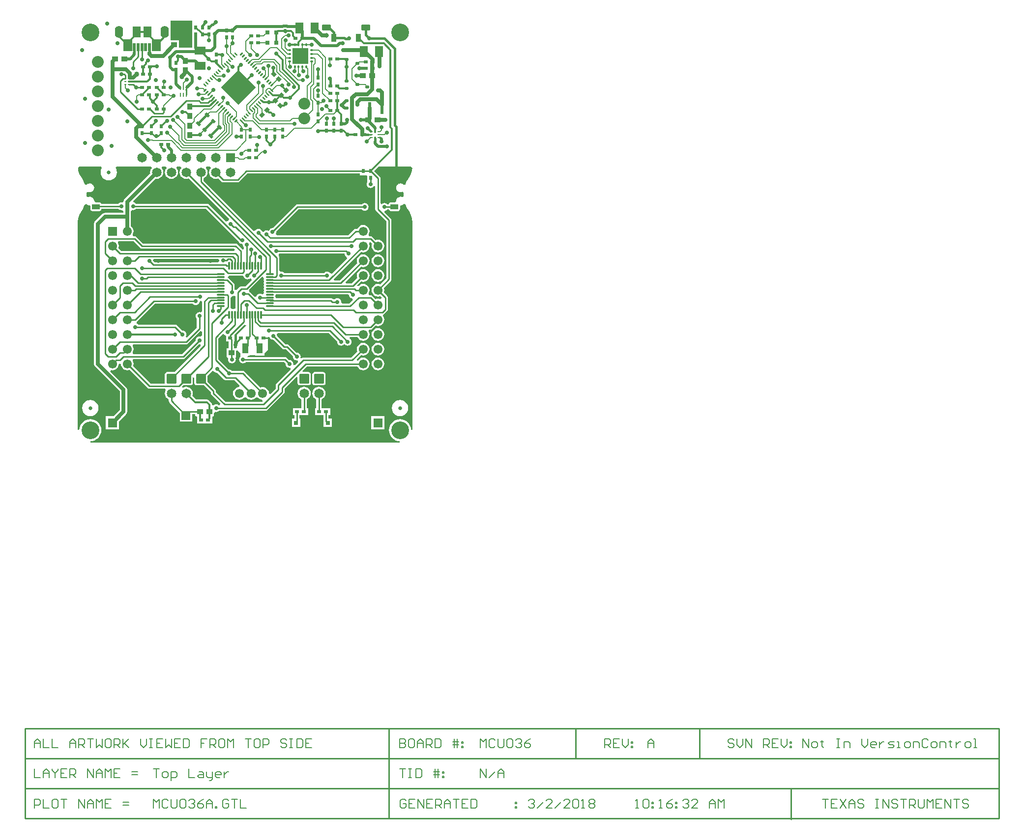
<source format=gtl>
G04 Layer_Physical_Order=1*
G04 Layer_Color=255*
%FSAX25Y25*%
%MOIN*%
G70*
G01*
G75*
%ADD10R,0.03937X0.07087*%
G04:AMPARAMS|DCode=11|XSize=35.43mil|YSize=51.18mil|CornerRadius=1.95mil|HoleSize=0mil|Usage=FLASHONLY|Rotation=270.000|XOffset=0mil|YOffset=0mil|HoleType=Round|Shape=RoundedRectangle|*
%AMROUNDEDRECTD11*
21,1,0.03543,0.04728,0,0,270.0*
21,1,0.03154,0.05118,0,0,270.0*
1,1,0.00390,-0.02364,-0.01577*
1,1,0.00390,-0.02364,0.01577*
1,1,0.00390,0.02364,0.01577*
1,1,0.00390,0.02364,-0.01577*
%
%ADD11ROUNDEDRECTD11*%
G04:AMPARAMS|DCode=12|XSize=57.09mil|YSize=39.37mil|CornerRadius=1.97mil|HoleSize=0mil|Usage=FLASHONLY|Rotation=270.000|XOffset=0mil|YOffset=0mil|HoleType=Round|Shape=RoundedRectangle|*
%AMROUNDEDRECTD12*
21,1,0.05709,0.03543,0,0,270.0*
21,1,0.05315,0.03937,0,0,270.0*
1,1,0.00394,-0.01772,-0.02657*
1,1,0.00394,-0.01772,0.02657*
1,1,0.00394,0.01772,0.02657*
1,1,0.00394,0.01772,-0.02657*
%
%ADD12ROUNDEDRECTD12*%
%ADD13R,0.03150X0.02362*%
%ADD14R,0.03937X0.03740*%
%ADD15R,0.02362X0.03150*%
%ADD16O,0.01181X0.05709*%
%ADD17O,0.05709X0.01181*%
%ADD18R,0.03150X0.03150*%
%ADD19R,0.05905X0.05905*%
G04:AMPARAMS|DCode=20|XSize=58.07mil|YSize=82.68mil|CornerRadius=2.03mil|HoleSize=0mil|Usage=FLASHONLY|Rotation=0.000|XOffset=0mil|YOffset=0mil|HoleType=Round|Shape=RoundedRectangle|*
%AMROUNDEDRECTD20*
21,1,0.05807,0.07861,0,0,0.0*
21,1,0.05401,0.08268,0,0,0.0*
1,1,0.00407,0.02700,-0.03931*
1,1,0.00407,-0.02700,-0.03931*
1,1,0.00407,-0.02700,0.03931*
1,1,0.00407,0.02700,0.03931*
%
%ADD20ROUNDEDRECTD20*%
G04:AMPARAMS|DCode=21|XSize=54.13mil|YSize=74.8mil|CornerRadius=1.89mil|HoleSize=0mil|Usage=FLASHONLY|Rotation=0.000|XOffset=0mil|YOffset=0mil|HoleType=Round|Shape=RoundedRectangle|*
%AMROUNDEDRECTD21*
21,1,0.05413,0.07101,0,0,0.0*
21,1,0.05034,0.07480,0,0,0.0*
1,1,0.00379,0.02517,-0.03551*
1,1,0.00379,-0.02517,-0.03551*
1,1,0.00379,-0.02517,0.03551*
1,1,0.00379,0.02517,0.03551*
%
%ADD21ROUNDEDRECTD21*%
G04:AMPARAMS|DCode=22|XSize=17.72mil|YSize=54.33mil|CornerRadius=1.95mil|HoleSize=0mil|Usage=FLASHONLY|Rotation=0.000|XOffset=0mil|YOffset=0mil|HoleType=Round|Shape=RoundedRectangle|*
%AMROUNDEDRECTD22*
21,1,0.01772,0.05043,0,0,0.0*
21,1,0.01382,0.05433,0,0,0.0*
1,1,0.00390,0.00691,-0.02522*
1,1,0.00390,-0.00691,-0.02522*
1,1,0.00390,-0.00691,0.02522*
1,1,0.00390,0.00691,0.02522*
%
%ADD22ROUNDEDRECTD22*%
%ADD23R,0.03740X0.03937*%
G04:AMPARAMS|DCode=24|XSize=18.5mil|YSize=23.62mil|CornerRadius=1.94mil|HoleSize=0mil|Usage=FLASHONLY|Rotation=270.000|XOffset=0mil|YOffset=0mil|HoleType=Round|Shape=RoundedRectangle|*
%AMROUNDEDRECTD24*
21,1,0.01850,0.01974,0,0,270.0*
21,1,0.01462,0.02362,0,0,270.0*
1,1,0.00389,-0.00987,-0.00731*
1,1,0.00389,-0.00987,0.00731*
1,1,0.00389,0.00987,0.00731*
1,1,0.00389,0.00987,-0.00731*
%
%ADD24ROUNDEDRECTD24*%
G04:AMPARAMS|DCode=25|XSize=102.36mil|YSize=15.75mil|CornerRadius=0mil|HoleSize=0mil|Usage=FLASHONLY|Rotation=45.000|XOffset=0mil|YOffset=0mil|HoleType=Round|Shape=Rectangle|*
%AMROTATEDRECTD25*
4,1,4,-0.03062,-0.04176,-0.04176,-0.03062,0.03062,0.04176,0.04176,0.03062,-0.03062,-0.04176,0.0*
%
%ADD25ROTATEDRECTD25*%

%ADD26O,0.02362X0.01181*%
%ADD27O,0.01181X0.02362*%
%ADD28R,0.10630X0.10630*%
G04:AMPARAMS|DCode=29|XSize=167.32mil|YSize=167.32mil|CornerRadius=1.67mil|HoleSize=0mil|Usage=FLASHONLY|Rotation=135.000|XOffset=0mil|YOffset=0mil|HoleType=Round|Shape=RoundedRectangle|*
%AMROUNDEDRECTD29*
21,1,0.16732,0.16398,0,0,135.0*
21,1,0.16398,0.16732,0,0,135.0*
1,1,0.00335,0.00000,0.11595*
1,1,0.00335,0.11595,0.00000*
1,1,0.00335,0.00000,-0.11595*
1,1,0.00335,-0.11595,0.00000*
%
%ADD29ROUNDEDRECTD29*%
G04:AMPARAMS|DCode=30|XSize=9.45mil|YSize=23.62mil|CornerRadius=1.98mil|HoleSize=0mil|Usage=FLASHONLY|Rotation=315.000|XOffset=0mil|YOffset=0mil|HoleType=Round|Shape=RoundedRectangle|*
%AMROUNDEDRECTD30*
21,1,0.00945,0.01965,0,0,315.0*
21,1,0.00548,0.02362,0,0,315.0*
1,1,0.00397,-0.00501,-0.00889*
1,1,0.00397,-0.00889,-0.00501*
1,1,0.00397,0.00501,0.00889*
1,1,0.00397,0.00889,0.00501*
%
%ADD30ROUNDEDRECTD30*%
G04:AMPARAMS|DCode=31|XSize=9.45mil|YSize=23.62mil|CornerRadius=1.98mil|HoleSize=0mil|Usage=FLASHONLY|Rotation=45.000|XOffset=0mil|YOffset=0mil|HoleType=Round|Shape=RoundedRectangle|*
%AMROUNDEDRECTD31*
21,1,0.00945,0.01965,0,0,45.0*
21,1,0.00548,0.02362,0,0,45.0*
1,1,0.00397,0.00889,-0.00501*
1,1,0.00397,0.00501,-0.00889*
1,1,0.00397,-0.00889,0.00501*
1,1,0.00397,-0.00501,0.00889*
%
%ADD31ROUNDEDRECTD31*%
%ADD32R,0.02362X0.07874*%
G04:AMPARAMS|DCode=33|XSize=9.84mil|YSize=21.65mil|CornerRadius=1.97mil|HoleSize=0mil|Usage=FLASHONLY|Rotation=90.000|XOffset=0mil|YOffset=0mil|HoleType=Round|Shape=RoundedRectangle|*
%AMROUNDEDRECTD33*
21,1,0.00984,0.01772,0,0,90.0*
21,1,0.00591,0.02165,0,0,90.0*
1,1,0.00394,0.00886,0.00295*
1,1,0.00394,0.00886,-0.00295*
1,1,0.00394,-0.00886,-0.00295*
1,1,0.00394,-0.00886,0.00295*
%
%ADD33ROUNDEDRECTD33*%
G04:AMPARAMS|DCode=34|XSize=7.87mil|YSize=21.65mil|CornerRadius=1.97mil|HoleSize=0mil|Usage=FLASHONLY|Rotation=90.000|XOffset=0mil|YOffset=0mil|HoleType=Round|Shape=RoundedRectangle|*
%AMROUNDEDRECTD34*
21,1,0.00787,0.01772,0,0,90.0*
21,1,0.00394,0.02165,0,0,90.0*
1,1,0.00394,0.00886,0.00197*
1,1,0.00394,0.00886,-0.00197*
1,1,0.00394,-0.00886,-0.00197*
1,1,0.00394,-0.00886,0.00197*
%
%ADD34ROUNDEDRECTD34*%
G04:AMPARAMS|DCode=35|XSize=11.81mil|YSize=23.62mil|CornerRadius=1.95mil|HoleSize=0mil|Usage=FLASHONLY|Rotation=0.000|XOffset=0mil|YOffset=0mil|HoleType=Round|Shape=RoundedRectangle|*
%AMROUNDEDRECTD35*
21,1,0.01181,0.01972,0,0,0.0*
21,1,0.00791,0.02362,0,0,0.0*
1,1,0.00390,0.00396,-0.00986*
1,1,0.00390,-0.00396,-0.00986*
1,1,0.00390,-0.00396,0.00986*
1,1,0.00390,0.00396,0.00986*
%
%ADD35ROUNDEDRECTD35*%
%ADD36R,0.01378X0.00787*%
%ADD37R,0.01181X0.00787*%
%ADD38R,0.00984X0.02756*%
%ADD39R,0.00984X0.02598*%
G04:AMPARAMS|DCode=40|XSize=23.62mil|YSize=31.5mil|CornerRadius=0mil|HoleSize=0mil|Usage=FLASHONLY|Rotation=315.000|XOffset=0mil|YOffset=0mil|HoleType=Round|Shape=Rectangle|*
%AMROTATEDRECTD40*
4,1,4,-0.01949,-0.00278,0.00278,0.01949,0.01949,0.00278,-0.00278,-0.01949,-0.01949,-0.00278,0.0*
%
%ADD40ROTATEDRECTD40*%

G04:AMPARAMS|DCode=41|XSize=23.62mil|YSize=31.5mil|CornerRadius=0mil|HoleSize=0mil|Usage=FLASHONLY|Rotation=225.000|XOffset=0mil|YOffset=0mil|HoleType=Round|Shape=Rectangle|*
%AMROTATEDRECTD41*
4,1,4,-0.00278,0.01949,0.01949,-0.00278,0.00278,-0.01949,-0.01949,0.00278,-0.00278,0.01949,0.0*
%
%ADD41ROTATEDRECTD41*%

G04:AMPARAMS|DCode=42|XSize=70.87mil|YSize=55.12mil|CornerRadius=1.93mil|HoleSize=0mil|Usage=FLASHONLY|Rotation=90.000|XOffset=0mil|YOffset=0mil|HoleType=Round|Shape=RoundedRectangle|*
%AMROUNDEDRECTD42*
21,1,0.07087,0.05126,0,0,90.0*
21,1,0.06701,0.05512,0,0,90.0*
1,1,0.00386,0.02563,0.03350*
1,1,0.00386,0.02563,-0.03350*
1,1,0.00386,-0.02563,-0.03350*
1,1,0.00386,-0.02563,0.03350*
%
%ADD42ROUNDEDRECTD42*%
G04:AMPARAMS|DCode=43|XSize=70.87mil|YSize=55.12mil|CornerRadius=1.93mil|HoleSize=0mil|Usage=FLASHONLY|Rotation=0.000|XOffset=0mil|YOffset=0mil|HoleType=Round|Shape=RoundedRectangle|*
%AMROUNDEDRECTD43*
21,1,0.07087,0.05126,0,0,0.0*
21,1,0.06701,0.05512,0,0,0.0*
1,1,0.00386,0.03350,-0.02563*
1,1,0.00386,-0.03350,-0.02563*
1,1,0.00386,-0.03350,0.02563*
1,1,0.00386,0.03350,0.02563*
%
%ADD43ROUNDEDRECTD43*%
G04:AMPARAMS|DCode=44|XSize=35.43mil|YSize=51.18mil|CornerRadius=1.95mil|HoleSize=0mil|Usage=FLASHONLY|Rotation=0.000|XOffset=0mil|YOffset=0mil|HoleType=Round|Shape=RoundedRectangle|*
%AMROUNDEDRECTD44*
21,1,0.03543,0.04728,0,0,0.0*
21,1,0.03154,0.05118,0,0,0.0*
1,1,0.00390,0.01577,-0.02364*
1,1,0.00390,-0.01577,-0.02364*
1,1,0.00390,-0.01577,0.02364*
1,1,0.00390,0.01577,0.02364*
%
%ADD44ROUNDEDRECTD44*%
G04:AMPARAMS|DCode=45|XSize=57.09mil|YSize=39.37mil|CornerRadius=1.97mil|HoleSize=0mil|Usage=FLASHONLY|Rotation=0.000|XOffset=0mil|YOffset=0mil|HoleType=Round|Shape=RoundedRectangle|*
%AMROUNDEDRECTD45*
21,1,0.05709,0.03543,0,0,0.0*
21,1,0.05315,0.03937,0,0,0.0*
1,1,0.00394,0.02657,-0.01772*
1,1,0.00394,-0.02657,-0.01772*
1,1,0.00394,-0.02657,0.01772*
1,1,0.00394,0.02657,0.01772*
%
%ADD45ROUNDEDRECTD45*%
%ADD46C,0.02500*%
%ADD47C,0.01200*%
%ADD48C,0.01000*%
%ADD49C,0.00800*%
%ADD50C,0.02500*%
%ADD51C,0.02000*%
%ADD52C,0.01500*%
%ADD53C,0.01800*%
%ADD54C,0.01750*%
%ADD55C,0.06102*%
G04:AMPARAMS|DCode=56|XSize=61.02mil|YSize=61.02mil|CornerRadius=15.26mil|HoleSize=0mil|Usage=FLASHONLY|Rotation=0.000|XOffset=0mil|YOffset=0mil|HoleType=Round|Shape=RoundedRectangle|*
%AMROUNDEDRECTD56*
21,1,0.06102,0.03051,0,0,0.0*
21,1,0.03051,0.06102,0,0,0.0*
1,1,0.03051,0.01526,-0.01526*
1,1,0.03051,-0.01526,-0.01526*
1,1,0.03051,-0.01526,0.01526*
1,1,0.03051,0.01526,0.01526*
%
%ADD56ROUNDEDRECTD56*%
%ADD57C,0.06496*%
%ADD58R,0.06496X0.06496*%
G04:AMPARAMS|DCode=59|XSize=64.96mil|YSize=64.96mil|CornerRadius=1.95mil|HoleSize=0mil|Usage=FLASHONLY|Rotation=270.000|XOffset=0mil|YOffset=0mil|HoleType=Round|Shape=RoundedRectangle|*
%AMROUNDEDRECTD59*
21,1,0.06496,0.06106,0,0,270.0*
21,1,0.06106,0.06496,0,0,270.0*
1,1,0.00390,-0.03053,-0.03053*
1,1,0.00390,-0.03053,0.03053*
1,1,0.00390,0.03053,0.03053*
1,1,0.00390,0.03053,-0.03053*
%
%ADD59ROUNDEDRECTD59*%
G04:AMPARAMS|DCode=60|XSize=82.68mil|YSize=55.12mil|CornerRadius=27.56mil|HoleSize=0mil|Usage=FLASHONLY|Rotation=270.000|XOffset=0mil|YOffset=0mil|HoleType=Round|Shape=RoundedRectangle|*
%AMROUNDEDRECTD60*
21,1,0.08268,0.00000,0,0,270.0*
21,1,0.02756,0.05512,0,0,270.0*
1,1,0.05512,0.00000,-0.01378*
1,1,0.05512,0.00000,0.01378*
1,1,0.05512,0.00000,0.01378*
1,1,0.05512,0.00000,-0.01378*
%
%ADD60ROUNDEDRECTD60*%
%ADD61C,0.12000*%
%ADD62C,0.08000*%
G04:AMPARAMS|DCode=63|XSize=61.02mil|YSize=61.02mil|CornerRadius=1.83mil|HoleSize=0mil|Usage=FLASHONLY|Rotation=270.000|XOffset=0mil|YOffset=0mil|HoleType=Round|Shape=RoundedRectangle|*
%AMROUNDEDRECTD63*
21,1,0.06102,0.05736,0,0,270.0*
21,1,0.05736,0.06102,0,0,270.0*
1,1,0.00366,-0.02868,-0.02868*
1,1,0.00366,-0.02868,0.02868*
1,1,0.00366,0.02868,0.02868*
1,1,0.00366,0.02868,-0.02868*
%
%ADD63ROUNDEDRECTD63*%
%ADD64C,0.02800*%
%ADD65C,0.03200*%
%ADD66C,0.03400*%
G36*
X0159317Y0391193D02*
X0159773Y0390804D01*
X0159967Y0390528D01*
Y0384022D01*
X0158967Y0383397D01*
X0158879Y0383433D01*
X0158200Y0383522D01*
X0157521Y0383433D01*
X0156889Y0383171D01*
X0156346Y0382754D01*
X0155929Y0382211D01*
X0155667Y0381579D01*
X0155578Y0380900D01*
X0155667Y0380221D01*
X0155929Y0379589D01*
X0156346Y0379046D01*
X0156467Y0378953D01*
Y0373118D01*
X0149552Y0366204D01*
X0148799Y0366864D01*
X0148971Y0367089D01*
X0149233Y0367721D01*
X0149322Y0368400D01*
X0149233Y0369079D01*
X0148971Y0369711D01*
X0148554Y0370254D01*
X0148011Y0370671D01*
X0147379Y0370933D01*
X0146700Y0371022D01*
X0146549Y0371003D01*
X0142926Y0374626D01*
X0142363Y0375001D01*
X0141700Y0375133D01*
X0116647D01*
X0116554Y0375254D01*
X0116011Y0375671D01*
X0115596Y0375843D01*
X0115476Y0376335D01*
X0115468Y0376503D01*
X0115532Y0376911D01*
X0115926Y0377174D01*
X0127918Y0389167D01*
X0153753D01*
X0153846Y0389046D01*
X0154389Y0388629D01*
X0155021Y0388367D01*
X0155700Y0388278D01*
X0156379Y0388367D01*
X0157011Y0388629D01*
X0157554Y0389046D01*
X0157971Y0389589D01*
X0158233Y0390221D01*
X0158302Y0390747D01*
X0159185Y0391252D01*
X0159317Y0391193D01*
D02*
G37*
G36*
X0182545Y0394162D02*
Y0386049D01*
X0182310Y0385856D01*
X0181612Y0385717D01*
X0181326Y0385526D01*
X0181040Y0385717D01*
X0180342Y0385856D01*
X0180160Y0385820D01*
X0180097Y0385850D01*
X0179385Y0386655D01*
X0179433Y0386900D01*
Y0393370D01*
X0180200Y0394278D01*
X0180879Y0394367D01*
X0181511Y0394629D01*
X0181545Y0394655D01*
X0182545Y0394162D01*
D02*
G37*
G36*
X0159967Y0370301D02*
Y0367522D01*
X0158967Y0366897D01*
X0158879Y0366933D01*
X0158200Y0367022D01*
X0157521Y0366933D01*
X0156889Y0366671D01*
X0156346Y0366254D01*
X0155929Y0365711D01*
X0155667Y0365079D01*
X0155578Y0364400D01*
X0155597Y0364249D01*
X0146482Y0355133D01*
X0113312D01*
X0112819Y0356133D01*
X0112913Y0356256D01*
X0113342Y0357290D01*
X0113488Y0358400D01*
X0113342Y0359510D01*
X0112913Y0360544D01*
X0112819Y0360667D01*
X0113312Y0361667D01*
X0149200D01*
X0149863Y0361799D01*
X0150426Y0362174D01*
X0158967Y0370715D01*
X0159967Y0370301D01*
D02*
G37*
G36*
X0259578Y0395400D02*
X0259667Y0394721D01*
X0259929Y0394089D01*
X0260346Y0393546D01*
X0260889Y0393129D01*
X0261521Y0392867D01*
X0261769Y0392834D01*
X0262159Y0391810D01*
X0259655Y0389306D01*
X0255060D01*
X0254310Y0390306D01*
X0254322Y0390400D01*
X0254233Y0391079D01*
X0253971Y0391711D01*
X0253554Y0392254D01*
X0253011Y0392671D01*
X0252379Y0392933D01*
X0251700Y0393022D01*
X0251021Y0392933D01*
X0250389Y0392671D01*
X0249846Y0392254D01*
X0248822Y0392229D01*
X0248426Y0392626D01*
X0247863Y0393001D01*
X0247200Y0393133D01*
X0210207D01*
X0209923Y0393479D01*
X0209784Y0394177D01*
X0209594Y0394463D01*
X0209784Y0394749D01*
X0209923Y0395447D01*
X0210116Y0395683D01*
X0258606D01*
X0259578Y0395400D01*
D02*
G37*
G36*
X0256667Y0422721D02*
X0256929Y0422089D01*
X0257346Y0421546D01*
X0257889Y0421129D01*
X0258012Y0421078D01*
X0258292Y0419943D01*
X0248055Y0409707D01*
X0247558Y0409709D01*
X0246830Y0409895D01*
X0246554Y0410254D01*
X0246011Y0410671D01*
X0245379Y0410933D01*
X0244700Y0411022D01*
X0244021Y0410933D01*
X0243389Y0410671D01*
X0242846Y0410254D01*
X0242753Y0410133D01*
X0215647D01*
X0215554Y0410254D01*
X0215011Y0410671D01*
X0214379Y0410933D01*
X0213700Y0411022D01*
X0213433Y0410987D01*
X0212433Y0411660D01*
Y0420400D01*
X0212301Y0421063D01*
X0211926Y0421626D01*
X0211801Y0421750D01*
X0211978Y0422987D01*
X0212054Y0423046D01*
X0212147Y0423167D01*
X0256608D01*
X0256667Y0422721D01*
D02*
G37*
G36*
X0187200Y0408167D02*
X0188140Y0407734D01*
X0188283Y0407440D01*
X0188429Y0407089D01*
X0188846Y0406546D01*
X0189389Y0406129D01*
X0190021Y0405867D01*
X0190700Y0405778D01*
X0191379Y0405867D01*
X0192011Y0406129D01*
X0192466Y0406478D01*
X0193455Y0406257D01*
X0193599Y0405250D01*
X0189482Y0401133D01*
X0186700D01*
X0186037Y0401001D01*
X0185474Y0400626D01*
X0183409Y0398560D01*
X0183263Y0398506D01*
X0182317Y0398556D01*
X0182142Y0398640D01*
X0182054Y0398754D01*
X0181933Y0398847D01*
Y0401900D01*
X0181801Y0402563D01*
X0181426Y0403126D01*
X0181426Y0403126D01*
X0178036Y0406515D01*
X0177474Y0406891D01*
X0177470Y0406893D01*
X0177422Y0407202D01*
X0177462Y0407340D01*
X0178287Y0408167D01*
X0187200D01*
D02*
G37*
G36*
X0201295Y0407383D02*
X0201713Y0407144D01*
X0201991Y0406149D01*
X0201883Y0405988D01*
X0201745Y0405290D01*
X0201883Y0404591D01*
X0202074Y0404306D01*
X0201883Y0404020D01*
X0201745Y0403321D01*
X0201883Y0402623D01*
X0202074Y0402337D01*
X0201883Y0402051D01*
X0201745Y0401353D01*
X0201883Y0400654D01*
X0202074Y0400368D01*
X0201883Y0400083D01*
X0201745Y0399384D01*
X0201883Y0398686D01*
X0202074Y0398400D01*
X0201883Y0398114D01*
X0201745Y0397416D01*
X0201883Y0396717D01*
X0201544Y0396119D01*
X0200590Y0395750D01*
X0199958Y0396012D01*
X0199279Y0396101D01*
X0198600Y0396012D01*
X0197968Y0395750D01*
X0197424Y0395333D01*
X0197008Y0394790D01*
X0196746Y0394158D01*
X0195697Y0393854D01*
X0192426Y0397126D01*
X0192018Y0397398D01*
X0191993Y0397431D01*
X0191820Y0398098D01*
X0191787Y0398536D01*
X0200778Y0407527D01*
X0201295Y0407383D01*
D02*
G37*
G36*
X0167342Y0343591D02*
X0168070Y0343405D01*
X0168346Y0343046D01*
X0168889Y0342629D01*
X0169521Y0342367D01*
X0170200Y0342278D01*
X0170351Y0342298D01*
X0174974Y0337674D01*
X0175537Y0337299D01*
X0176200Y0337167D01*
X0181919D01*
X0185408Y0333677D01*
X0185351Y0333285D01*
X0185016Y0332655D01*
X0184153Y0332542D01*
X0183119Y0332113D01*
X0182231Y0331432D01*
X0181550Y0330544D01*
X0181121Y0329510D01*
X0180975Y0328400D01*
X0181121Y0327290D01*
X0181550Y0326256D01*
X0182231Y0325368D01*
X0183119Y0324687D01*
X0184153Y0324258D01*
X0185263Y0324112D01*
X0186373Y0324258D01*
X0187407Y0324687D01*
X0188295Y0325368D01*
X0188599Y0325764D01*
X0189801D01*
X0190105Y0325368D01*
X0190993Y0324687D01*
X0192027Y0324258D01*
X0193137Y0324112D01*
X0194247Y0324258D01*
X0195281Y0324687D01*
X0196169Y0325368D01*
X0196473Y0325764D01*
X0197675D01*
X0197979Y0325368D01*
X0198867Y0324687D01*
X0199901Y0324258D01*
X0200702Y0324153D01*
X0201087Y0323345D01*
X0201109Y0323130D01*
X0200730Y0322633D01*
X0175918D01*
X0169433Y0329118D01*
Y0329900D01*
X0169433Y0329900D01*
X0169301Y0330563D01*
X0168926Y0331126D01*
X0168926Y0331126D01*
X0163675Y0336376D01*
Y0340424D01*
X0166845Y0343593D01*
X0167342Y0343591D01*
D02*
G37*
G36*
X0154725Y0338910D02*
Y0335347D01*
X0154833Y0334803D01*
X0155141Y0334341D01*
X0155603Y0334033D01*
X0156147Y0333925D01*
X0161224D01*
X0165967Y0329182D01*
Y0328400D01*
X0166099Y0327737D01*
X0166474Y0327174D01*
X0172246Y0321402D01*
X0172246Y0321325D01*
X0171854Y0320381D01*
X0171285Y0320319D01*
X0170826Y0320671D01*
X0170194Y0320933D01*
X0169515Y0321022D01*
X0168836Y0320933D01*
X0168204Y0320671D01*
X0167685Y0320273D01*
X0167569Y0320289D01*
X0166685Y0320625D01*
Y0320750D01*
X0166545Y0321453D01*
X0166147Y0322048D01*
X0164498Y0323698D01*
X0163902Y0324096D01*
X0163200Y0324235D01*
X0155960D01*
X0153365Y0326831D01*
X0153533Y0327239D01*
X0153686Y0328400D01*
X0153533Y0329561D01*
X0153085Y0330643D01*
X0152372Y0331572D01*
X0151443Y0332285D01*
X0150361Y0332733D01*
X0149200Y0332886D01*
X0148039Y0332733D01*
X0146957Y0332285D01*
X0146931Y0332266D01*
X0146270Y0333019D01*
X0147176Y0333925D01*
X0152253D01*
X0152797Y0334033D01*
X0153259Y0334341D01*
X0153567Y0334803D01*
X0153675Y0335347D01*
Y0339411D01*
X0153725Y0339444D01*
X0154725Y0338910D01*
D02*
G37*
G36*
X0081703Y0456753D02*
X0082323Y0456277D01*
X0083046Y0455977D01*
X0083822Y0455875D01*
X0084170Y0455570D01*
Y0453555D01*
X0084278Y0453011D01*
X0084586Y0452550D01*
X0085048Y0452242D01*
X0085592Y0452133D01*
X0090320D01*
X0090864Y0452242D01*
X0091326Y0452550D01*
X0091634Y0453011D01*
X0091742Y0453555D01*
Y0453667D01*
X0103253D01*
X0103346Y0453546D01*
X0103889Y0453129D01*
X0104521Y0452867D01*
X0105200Y0452778D01*
X0105702Y0452844D01*
X0106130Y0452641D01*
X0106702Y0452126D01*
Y0450898D01*
X0094200D01*
X0093244Y0450708D01*
X0092434Y0450166D01*
X0087434Y0445166D01*
X0086892Y0444356D01*
X0086702Y0443400D01*
Y0348400D01*
X0086892Y0347444D01*
X0087434Y0346634D01*
X0104202Y0329865D01*
Y0316935D01*
X0100115Y0312848D01*
X0094752D01*
Y0303952D01*
X0103648D01*
Y0309315D01*
X0108466Y0314134D01*
X0109008Y0314944D01*
X0109198Y0315900D01*
Y0330900D01*
X0109008Y0331856D01*
X0108466Y0332666D01*
X0097798Y0343334D01*
X0097883Y0343604D01*
X0098319Y0344228D01*
X0099200Y0344112D01*
X0100310Y0344258D01*
X0101344Y0344687D01*
X0102232Y0345368D01*
X0102913Y0346256D01*
X0103342Y0347290D01*
X0103480Y0348338D01*
X0103813Y0348592D01*
X0104840Y0348477D01*
X0104926Y0348292D01*
X0105058Y0347290D01*
X0105487Y0346256D01*
X0106168Y0345368D01*
X0107056Y0344687D01*
X0108090Y0344258D01*
X0109200Y0344112D01*
X0110310Y0344258D01*
X0110720Y0344428D01*
X0122974Y0332174D01*
X0123537Y0331799D01*
X0124200Y0331667D01*
X0134839D01*
X0135333Y0330667D01*
X0135315Y0330643D01*
X0134866Y0329561D01*
X0134714Y0328400D01*
X0134866Y0327239D01*
X0135315Y0326157D01*
X0136028Y0325228D01*
X0136957Y0324515D01*
X0137467Y0324303D01*
Y0323199D01*
X0137599Y0322536D01*
X0137974Y0321974D01*
X0144846Y0315102D01*
Y0309247D01*
X0153152D01*
Y0314167D01*
X0155382D01*
Y0312830D01*
X0155583D01*
X0156563Y0312781D01*
Y0308019D01*
X0166837D01*
Y0312781D01*
X0167817Y0312830D01*
X0168018D01*
Y0315123D01*
X0168564Y0315619D01*
X0169018Y0315843D01*
X0169515Y0315778D01*
X0170194Y0315867D01*
X0170826Y0316129D01*
X0171369Y0316546D01*
X0171462Y0316667D01*
X0203200D01*
X0203863Y0316799D01*
X0204426Y0317174D01*
X0215426Y0328174D01*
X0215801Y0328737D01*
X0215933Y0329400D01*
Y0331682D01*
X0223801Y0339549D01*
X0224725Y0339167D01*
Y0335347D01*
X0224833Y0334803D01*
X0225141Y0334341D01*
X0225603Y0334033D01*
X0226147Y0333925D01*
X0232253D01*
X0232797Y0334033D01*
X0233259Y0334341D01*
X0233567Y0334803D01*
X0233675Y0335347D01*
Y0341453D01*
X0233567Y0341997D01*
X0233259Y0342459D01*
X0232797Y0342767D01*
X0232253Y0342875D01*
X0228433D01*
X0228050Y0343799D01*
X0230918Y0346667D01*
X0265317D01*
X0265487Y0346256D01*
X0266168Y0345368D01*
X0267056Y0344687D01*
X0268090Y0344258D01*
X0269200Y0344112D01*
X0270310Y0344258D01*
X0271344Y0344687D01*
X0272232Y0345368D01*
X0272913Y0346256D01*
X0273342Y0347290D01*
X0273488Y0348400D01*
X0273342Y0349510D01*
X0272913Y0350544D01*
X0272232Y0351432D01*
X0271344Y0352113D01*
X0270310Y0352542D01*
X0269200Y0352688D01*
X0268090Y0352542D01*
X0267056Y0352113D01*
X0266168Y0351432D01*
X0265563Y0350643D01*
X0265277Y0350612D01*
X0265055Y0350879D01*
X0264887Y0351636D01*
X0267680Y0354428D01*
X0268090Y0354258D01*
X0269200Y0354112D01*
X0270310Y0354258D01*
X0271344Y0354687D01*
X0272232Y0355368D01*
X0272913Y0356256D01*
X0273342Y0357290D01*
X0273488Y0358400D01*
X0273342Y0359510D01*
X0272913Y0360544D01*
X0272232Y0361432D01*
X0271344Y0362113D01*
X0270310Y0362542D01*
X0269200Y0362688D01*
X0268090Y0362542D01*
X0267056Y0362113D01*
X0266168Y0361432D01*
X0265487Y0360544D01*
X0265058Y0359510D01*
X0264912Y0358400D01*
X0265058Y0357290D01*
X0265228Y0356880D01*
X0260982Y0352633D01*
X0228700D01*
X0228037Y0352501D01*
X0227605Y0352213D01*
X0227103Y0352430D01*
X0226745Y0352810D01*
X0226822Y0353400D01*
X0226733Y0354079D01*
X0226471Y0354711D01*
X0226054Y0355254D01*
X0225511Y0355671D01*
X0224879Y0355933D01*
X0224200Y0356022D01*
X0224049Y0356002D01*
X0218926Y0361126D01*
X0218363Y0361501D01*
X0217700Y0361633D01*
X0216418D01*
X0210803Y0367249D01*
X0210822Y0367400D01*
X0210733Y0368079D01*
X0210697Y0368167D01*
X0211322Y0369167D01*
X0245982D01*
X0251597Y0363551D01*
X0251578Y0363400D01*
X0251667Y0362721D01*
X0251929Y0362089D01*
X0252346Y0361546D01*
X0252889Y0361129D01*
X0253521Y0360867D01*
X0254200Y0360778D01*
X0254879Y0360867D01*
X0255511Y0361129D01*
X0256054Y0361546D01*
X0256846D01*
X0257389Y0361129D01*
X0258021Y0360867D01*
X0258700Y0360778D01*
X0259379Y0360867D01*
X0260011Y0361129D01*
X0260554Y0361546D01*
X0260971Y0362089D01*
X0261233Y0362721D01*
X0261322Y0363400D01*
X0261233Y0364079D01*
X0260971Y0364711D01*
X0260554Y0365254D01*
X0260011Y0365671D01*
X0260221Y0366667D01*
X0265317D01*
X0265487Y0366256D01*
X0266168Y0365368D01*
X0267056Y0364687D01*
X0268090Y0364258D01*
X0269200Y0364112D01*
X0270310Y0364258D01*
X0271344Y0364687D01*
X0272232Y0365368D01*
X0272913Y0366256D01*
X0273342Y0367290D01*
X0273488Y0368400D01*
X0273342Y0369510D01*
X0272913Y0370544D01*
X0272819Y0370667D01*
X0273312Y0371667D01*
X0274200D01*
X0274863Y0371799D01*
X0275426Y0372174D01*
X0277680Y0374428D01*
X0278090Y0374258D01*
X0279200Y0374112D01*
X0280310Y0374258D01*
X0281344Y0374687D01*
X0282232Y0375368D01*
X0282913Y0376256D01*
X0283342Y0377290D01*
X0283488Y0378400D01*
X0283342Y0379510D01*
X0282913Y0380544D01*
X0282750Y0380757D01*
X0282784Y0381068D01*
X0283093Y0381952D01*
X0283426Y0382174D01*
X0285426Y0384174D01*
X0285801Y0384737D01*
X0285933Y0385400D01*
Y0393400D01*
X0285801Y0394063D01*
X0285426Y0394626D01*
X0283172Y0396880D01*
X0283342Y0397290D01*
X0283488Y0398400D01*
X0283342Y0399510D01*
X0283172Y0399920D01*
X0287926Y0404674D01*
X0288301Y0405237D01*
X0288433Y0405900D01*
Y0445900D01*
X0288301Y0446563D01*
X0287926Y0447126D01*
X0283741Y0451310D01*
X0284131Y0452334D01*
X0284379Y0452367D01*
X0285011Y0452629D01*
X0285554Y0453046D01*
X0285647Y0453167D01*
X0286735D01*
X0286766Y0453011D01*
X0287074Y0452550D01*
X0287536Y0452242D01*
X0288080Y0452133D01*
X0292808D01*
X0293353Y0452242D01*
X0293814Y0452550D01*
X0294122Y0453011D01*
X0294231Y0453555D01*
Y0455570D01*
X0294578Y0455875D01*
X0295354Y0455977D01*
X0296077Y0456277D01*
X0296697Y0456753D01*
X0296774Y0456853D01*
X0297879Y0456650D01*
X0297927Y0456488D01*
X0297980Y0456388D01*
X0298007Y0456280D01*
X0299127Y0453883D01*
X0299177Y0453815D01*
X0299205Y0453736D01*
X0299893Y0452605D01*
X0299913Y0452584D01*
X0299923Y0452558D01*
X0300592Y0451544D01*
X0301620Y0449344D01*
X0302318Y0447018D01*
X0302671Y0444614D01*
Y0443400D01*
Y0303605D01*
X0301671Y0303556D01*
X0301542Y0304860D01*
X0301116Y0306265D01*
X0300424Y0307559D01*
X0299493Y0308693D01*
X0298359Y0309624D01*
X0297065Y0310316D01*
X0295660Y0310742D01*
X0294200Y0310886D01*
X0292740Y0310742D01*
X0291335Y0310316D01*
X0290041Y0309624D01*
X0288907Y0308693D01*
X0287976Y0307559D01*
X0287284Y0306265D01*
X0286858Y0304860D01*
X0286714Y0303400D01*
X0286858Y0301940D01*
X0287284Y0300535D01*
X0287976Y0299241D01*
X0288907Y0298107D01*
X0290041Y0297176D01*
X0291335Y0296484D01*
X0292740Y0296058D01*
X0294044Y0295929D01*
X0293995Y0294929D01*
X0084405D01*
X0084356Y0295929D01*
X0085660Y0296058D01*
X0087065Y0296484D01*
X0088359Y0297176D01*
X0089493Y0298107D01*
X0090424Y0299241D01*
X0091116Y0300535D01*
X0091542Y0301940D01*
X0091686Y0303400D01*
X0091542Y0304860D01*
X0091116Y0306265D01*
X0090424Y0307559D01*
X0089493Y0308693D01*
X0088359Y0309624D01*
X0087065Y0310316D01*
X0085660Y0310742D01*
X0084200Y0310886D01*
X0082740Y0310742D01*
X0081335Y0310316D01*
X0080041Y0309624D01*
X0078907Y0308693D01*
X0077976Y0307559D01*
X0077284Y0306265D01*
X0076858Y0304860D01*
X0076729Y0303556D01*
X0075729Y0303605D01*
Y0443400D01*
Y0444614D01*
X0076082Y0447017D01*
X0076780Y0449344D01*
X0077808Y0451544D01*
X0078477Y0452558D01*
X0078487Y0452584D01*
X0078507Y0452605D01*
X0079194Y0453736D01*
X0079223Y0453815D01*
X0079273Y0453883D01*
X0080393Y0456279D01*
X0080420Y0456388D01*
X0080472Y0456487D01*
X0080521Y0456650D01*
X0081626Y0456853D01*
X0081703Y0456753D01*
D02*
G37*
G36*
X0174342Y0368591D02*
X0175070Y0368405D01*
X0175346Y0368046D01*
X0175889Y0367629D01*
X0176287Y0367464D01*
Y0363519D01*
X0178116D01*
Y0358970D01*
X0176681D01*
Y0352830D01*
X0176896D01*
X0177228Y0352506D01*
X0177634Y0351830D01*
X0177578Y0351400D01*
X0177667Y0350721D01*
X0177929Y0350089D01*
X0178346Y0349546D01*
X0178889Y0349129D01*
X0179521Y0348867D01*
X0180200Y0348778D01*
X0180879Y0348867D01*
X0181511Y0349129D01*
X0182054Y0349546D01*
X0182471Y0350089D01*
X0182733Y0350721D01*
X0182822Y0351400D01*
X0182766Y0351830D01*
X0183018Y0352830D01*
X0183018D01*
Y0357168D01*
X0184018Y0357582D01*
X0186110Y0355490D01*
X0186110Y0354157D01*
X0185856Y0353262D01*
X0185846Y0353254D01*
X0185429Y0352711D01*
X0185167Y0352079D01*
X0185078Y0351400D01*
X0185167Y0350721D01*
X0185429Y0350089D01*
X0185846Y0349546D01*
X0186389Y0349129D01*
X0187021Y0348867D01*
X0187700Y0348778D01*
X0188379Y0348867D01*
X0189011Y0349129D01*
X0189554Y0349546D01*
X0189647Y0349667D01*
X0215482D01*
X0216598Y0348551D01*
X0216578Y0348400D01*
X0216667Y0347721D01*
X0216929Y0347089D01*
X0217346Y0346546D01*
X0217889Y0346129D01*
X0218521Y0345867D01*
X0219200Y0345778D01*
X0219790Y0345855D01*
X0219869Y0345780D01*
X0220081Y0344732D01*
X0210474Y0335126D01*
X0210099Y0334563D01*
X0209967Y0333900D01*
Y0331618D01*
X0206241Y0327892D01*
X0205293Y0328359D01*
X0205299Y0328400D01*
X0205153Y0329510D01*
X0204724Y0330544D01*
X0204043Y0331432D01*
X0203155Y0332113D01*
X0202121Y0332542D01*
X0201011Y0332688D01*
X0199901Y0332542D01*
X0199491Y0332372D01*
X0188737Y0343126D01*
X0188174Y0343501D01*
X0187511Y0343633D01*
X0180147D01*
X0180054Y0343754D01*
X0179511Y0344171D01*
X0178879Y0344433D01*
X0178200Y0344522D01*
X0178049Y0344502D01*
X0170933Y0351618D01*
Y0365682D01*
X0173845Y0368593D01*
X0174342Y0368591D01*
D02*
G37*
G36*
X0189782Y0374616D02*
X0189807Y0374507D01*
X0183700Y0368400D01*
Y0359688D01*
X0183018Y0358970D01*
X0181583D01*
Y0363519D01*
X0181837D01*
Y0368086D01*
X0188683Y0374931D01*
X0189782Y0374616D01*
D02*
G37*
G36*
X0205929Y0366089D02*
X0206346Y0365546D01*
X0206889Y0365129D01*
X0207521Y0364867D01*
X0208200Y0364778D01*
X0208351Y0364797D01*
X0214474Y0358674D01*
X0215037Y0358299D01*
X0215700Y0358167D01*
X0216982D01*
X0221598Y0353551D01*
X0221578Y0353400D01*
X0221667Y0352721D01*
X0221929Y0352089D01*
X0222346Y0351546D01*
X0222889Y0351129D01*
X0223521Y0350867D01*
X0224200Y0350778D01*
X0224790Y0350855D01*
X0224869Y0350781D01*
X0225081Y0349732D01*
X0222868Y0347519D01*
X0221819Y0347731D01*
X0221745Y0347810D01*
X0221822Y0348400D01*
X0221733Y0349079D01*
X0221471Y0349711D01*
X0221054Y0350254D01*
X0220511Y0350671D01*
X0219879Y0350933D01*
X0219200Y0351022D01*
X0219049Y0351003D01*
X0217426Y0352626D01*
X0216863Y0353001D01*
X0216200Y0353133D01*
X0190646D01*
X0190606Y0353152D01*
X0190603Y0353157D01*
X0191165Y0354157D01*
X0192447D01*
Y0354400D01*
X0195953D01*
Y0354157D01*
X0202290D01*
Y0355490D01*
X0204700Y0357900D01*
Y0366548D01*
X0205667Y0366721D01*
X0205929Y0366089D01*
D02*
G37*
G36*
X0158923Y0361515D02*
X0159081Y0360732D01*
X0141224Y0342875D01*
X0136147D01*
X0135603Y0342767D01*
X0135141Y0342459D01*
X0134833Y0341997D01*
X0134725Y0341453D01*
Y0335347D01*
X0134549Y0335133D01*
X0124918D01*
X0113172Y0346880D01*
X0113342Y0347290D01*
X0113488Y0348400D01*
X0113342Y0349510D01*
X0112913Y0350544D01*
X0112819Y0350667D01*
X0113312Y0351667D01*
X0147200D01*
X0147863Y0351799D01*
X0148426Y0352174D01*
X0157963Y0361711D01*
X0158923Y0361515D01*
D02*
G37*
G36*
X0171586Y0418667D02*
X0171578Y0418600D01*
X0171598Y0418446D01*
X0170875Y0417446D01*
X0127605D01*
X0126803Y0418249D01*
X0126822Y0418400D01*
X0126787Y0418667D01*
X0127460Y0419667D01*
X0170824D01*
X0171586Y0418667D01*
D02*
G37*
G36*
X0165257Y0517081D02*
X0163865Y0515689D01*
X0161638Y0517916D01*
X0163030Y0519308D01*
X0165257Y0517081D01*
D02*
G37*
G36*
X0167623Y0502744D02*
X0166231Y0501352D01*
X0164004Y0503580D01*
X0165396Y0504971D01*
X0167623Y0502744D01*
D02*
G37*
G36*
X0145719Y0482025D02*
X0145895Y0481400D01*
X0145315Y0480643D01*
X0144867Y0479561D01*
X0144714Y0478400D01*
X0144867Y0477239D01*
X0145315Y0476157D01*
X0146028Y0475228D01*
X0146957Y0474515D01*
X0148039Y0474066D01*
X0149200Y0473914D01*
X0150361Y0474066D01*
X0150871Y0474278D01*
X0178292Y0446857D01*
X0178012Y0445722D01*
X0177889Y0445671D01*
X0177346Y0445254D01*
X0176092Y0445158D01*
X0164625Y0456626D01*
X0164063Y0457001D01*
X0163400Y0457133D01*
X0115147D01*
X0115054Y0457254D01*
X0114511Y0457671D01*
X0113879Y0457933D01*
X0113703Y0457956D01*
X0113345Y0459012D01*
X0128357Y0474024D01*
X0129200Y0473914D01*
X0130361Y0474066D01*
X0131443Y0474515D01*
X0132372Y0475228D01*
X0133085Y0476157D01*
X0133534Y0477239D01*
X0133686Y0478400D01*
X0133534Y0479561D01*
X0133085Y0480643D01*
X0132505Y0481400D01*
X0132681Y0482025D01*
X0132937Y0482400D01*
X0135464D01*
X0135719Y0482025D01*
X0135895Y0481400D01*
X0135315Y0480643D01*
X0134866Y0479561D01*
X0134714Y0478400D01*
X0134866Y0477239D01*
X0135315Y0476157D01*
X0136028Y0475228D01*
X0136957Y0474515D01*
X0138039Y0474066D01*
X0139200Y0473914D01*
X0140361Y0474066D01*
X0141443Y0474515D01*
X0142372Y0475228D01*
X0143085Y0476157D01*
X0143534Y0477239D01*
X0143686Y0478400D01*
X0143534Y0479561D01*
X0143085Y0480643D01*
X0142505Y0481400D01*
X0142681Y0482025D01*
X0142937Y0482400D01*
X0145464D01*
X0145719Y0482025D01*
D02*
G37*
G36*
X0163447Y0506920D02*
X0162055Y0505528D01*
X0159828Y0507755D01*
X0161220Y0509147D01*
X0163447Y0506920D01*
D02*
G37*
G36*
X0159271Y0511096D02*
X0157879Y0509704D01*
X0155652Y0511931D01*
X0157044Y0513323D01*
X0159271Y0511096D01*
D02*
G37*
G36*
X0169433Y0512906D02*
X0168041Y0511514D01*
X0165814Y0513741D01*
X0167206Y0515133D01*
X0169433Y0512906D01*
D02*
G37*
G36*
X0173608Y0508730D02*
X0172216Y0507338D01*
X0169989Y0509565D01*
X0171381Y0510957D01*
X0173608Y0508730D01*
D02*
G37*
G36*
X0149661Y0534384D02*
X0149267Y0533990D01*
X0148676D01*
Y0534581D01*
X0149661D01*
Y0534384D01*
D02*
G37*
G36*
X0117974Y0427174D02*
X0118537Y0426799D01*
X0119200Y0426667D01*
X0181742D01*
X0182189Y0426097D01*
X0181759Y0425133D01*
X0104918D01*
X0103172Y0426880D01*
X0103342Y0427290D01*
X0103488Y0428400D01*
X0103342Y0429510D01*
X0102913Y0430544D01*
X0102819Y0430667D01*
X0103312Y0431667D01*
X0113482D01*
X0117974Y0427174D01*
D02*
G37*
G36*
X0153200Y0562900D02*
X0144219D01*
Y0567970D01*
X0139130D01*
X0138700Y0568400D01*
Y0572000D01*
X0138741Y0572313D01*
Y0575069D01*
X0138700Y0575382D01*
Y0581400D01*
X0153200D01*
Y0562900D01*
D02*
G37*
G36*
X0165719Y0482025D02*
X0165895Y0481400D01*
X0165315Y0480643D01*
X0164866Y0479561D01*
X0164714Y0478400D01*
X0164866Y0477239D01*
X0165315Y0476157D01*
X0166028Y0475228D01*
X0166957Y0474515D01*
X0168039Y0474066D01*
X0169200Y0473914D01*
X0170361Y0474066D01*
X0170871Y0474278D01*
X0172974Y0472174D01*
X0173537Y0471799D01*
X0174200Y0471667D01*
X0184200D01*
X0184863Y0471799D01*
X0185426Y0472174D01*
X0190780Y0477529D01*
X0266819D01*
Y0476487D01*
X0271581D01*
X0271819Y0475586D01*
Y0471763D01*
X0271819Y0471763D01*
X0271667Y0471079D01*
X0271578Y0470400D01*
X0271667Y0469721D01*
X0271929Y0469089D01*
X0272346Y0468546D01*
X0272889Y0468129D01*
X0273521Y0467867D01*
X0274200Y0467778D01*
X0274879Y0467867D01*
X0275511Y0468129D01*
X0276054Y0468546D01*
X0276471Y0469089D01*
X0277467Y0468879D01*
Y0453400D01*
X0277599Y0452737D01*
X0277974Y0452174D01*
X0284967Y0445182D01*
Y0406618D01*
X0280720Y0402372D01*
X0280310Y0402542D01*
X0279200Y0402688D01*
X0278090Y0402542D01*
X0277056Y0402113D01*
X0276168Y0401432D01*
X0275487Y0400544D01*
X0275058Y0399510D01*
X0274912Y0398400D01*
X0275058Y0397290D01*
X0275487Y0396256D01*
X0276168Y0395368D01*
X0277056Y0394687D01*
X0278090Y0394258D01*
X0279200Y0394112D01*
X0280310Y0394258D01*
X0280720Y0394428D01*
X0281834Y0393315D01*
X0281779Y0392985D01*
X0280668Y0392393D01*
X0280310Y0392542D01*
X0279200Y0392688D01*
X0278090Y0392542D01*
X0277680Y0392372D01*
X0275426Y0394626D01*
X0274863Y0395001D01*
X0274200Y0395133D01*
X0273312D01*
X0272819Y0396133D01*
X0272913Y0396256D01*
X0273342Y0397290D01*
X0273488Y0398400D01*
X0273342Y0399510D01*
X0272913Y0400544D01*
X0272232Y0401432D01*
X0271344Y0402113D01*
X0270310Y0402542D01*
X0269200Y0402688D01*
X0268090Y0402542D01*
X0267056Y0402113D01*
X0266168Y0401432D01*
X0266136Y0401390D01*
X0264947Y0401484D01*
X0264873Y0401621D01*
X0267680Y0404428D01*
X0268090Y0404258D01*
X0269200Y0404112D01*
X0270310Y0404258D01*
X0271344Y0404687D01*
X0272232Y0405368D01*
X0272913Y0406256D01*
X0273342Y0407290D01*
X0273488Y0408400D01*
X0273342Y0409510D01*
X0272913Y0410544D01*
X0272232Y0411432D01*
X0271344Y0412113D01*
X0270310Y0412542D01*
X0269200Y0412688D01*
X0268090Y0412542D01*
X0267056Y0412113D01*
X0266168Y0411432D01*
X0265487Y0410544D01*
X0265058Y0409510D01*
X0264912Y0408400D01*
X0265058Y0407290D01*
X0265228Y0406880D01*
X0261435Y0403086D01*
X0257644D01*
X0257261Y0404010D01*
X0267680Y0414428D01*
X0268090Y0414258D01*
X0269200Y0414112D01*
X0270310Y0414258D01*
X0271344Y0414687D01*
X0272232Y0415368D01*
X0272913Y0416256D01*
X0273342Y0417290D01*
X0273488Y0418400D01*
X0273342Y0419510D01*
X0272913Y0420544D01*
X0272232Y0421432D01*
X0271344Y0422113D01*
X0270310Y0422542D01*
X0269200Y0422688D01*
X0268090Y0422542D01*
X0267056Y0422113D01*
X0266168Y0421432D01*
X0265487Y0420544D01*
X0265058Y0419510D01*
X0264912Y0418400D01*
X0265058Y0417290D01*
X0265228Y0416880D01*
X0253403Y0405055D01*
X0249612D01*
X0249230Y0405978D01*
X0267680Y0424428D01*
X0268090Y0424258D01*
X0269200Y0424112D01*
X0270310Y0424258D01*
X0271344Y0424687D01*
X0272232Y0425368D01*
X0272913Y0426256D01*
X0273342Y0427290D01*
X0273488Y0428400D01*
X0273342Y0429510D01*
X0273193Y0429868D01*
X0273785Y0430979D01*
X0274115Y0431034D01*
X0275228Y0429920D01*
X0275058Y0429510D01*
X0274912Y0428400D01*
X0275058Y0427290D01*
X0275487Y0426256D01*
X0276168Y0425368D01*
X0277056Y0424687D01*
X0278090Y0424258D01*
X0279200Y0424112D01*
X0280310Y0424258D01*
X0281344Y0424687D01*
X0282232Y0425368D01*
X0282913Y0426256D01*
X0283342Y0427290D01*
X0283488Y0428400D01*
X0283342Y0429510D01*
X0282913Y0430544D01*
X0282232Y0431432D01*
X0281344Y0432113D01*
X0280310Y0432542D01*
X0279200Y0432688D01*
X0278090Y0432542D01*
X0277680Y0432372D01*
X0275426Y0434626D01*
X0274863Y0435001D01*
X0274200Y0435133D01*
X0273312D01*
X0272819Y0436133D01*
X0272913Y0436256D01*
X0273342Y0437290D01*
X0273488Y0438400D01*
X0273342Y0439510D01*
X0272913Y0440544D01*
X0272232Y0441432D01*
X0271344Y0442113D01*
X0270310Y0442542D01*
X0269200Y0442688D01*
X0268090Y0442542D01*
X0267056Y0442113D01*
X0266168Y0441432D01*
X0265487Y0440544D01*
X0265317Y0440133D01*
X0264200D01*
X0263537Y0440001D01*
X0262974Y0439626D01*
X0258982Y0435633D01*
X0210498D01*
X0209971Y0436589D01*
X0210233Y0437221D01*
X0210322Y0437900D01*
X0210302Y0438051D01*
X0225418Y0453167D01*
X0268253D01*
X0268346Y0453046D01*
X0268889Y0452629D01*
X0269521Y0452367D01*
X0270200Y0452278D01*
X0270879Y0452367D01*
X0271511Y0452629D01*
X0272054Y0453046D01*
X0272471Y0453589D01*
X0272733Y0454221D01*
X0272822Y0454900D01*
X0272733Y0455579D01*
X0272471Y0456211D01*
X0272054Y0456754D01*
X0271511Y0457171D01*
X0270879Y0457433D01*
X0270200Y0457522D01*
X0269521Y0457433D01*
X0268889Y0457171D01*
X0268346Y0456754D01*
X0268253Y0456633D01*
X0224700D01*
X0224037Y0456501D01*
X0223474Y0456126D01*
X0207851Y0440503D01*
X0207700Y0440522D01*
X0207021Y0440433D01*
X0206389Y0440171D01*
X0205846Y0439754D01*
X0205622Y0439463D01*
X0205011Y0438671D01*
X0204379Y0438933D01*
X0203700Y0439022D01*
X0203021Y0438933D01*
X0202389Y0438671D01*
X0201846Y0438254D01*
X0201737Y0438113D01*
X0201353Y0438100D01*
X0200635Y0438316D01*
X0200471Y0438711D01*
X0200054Y0439254D01*
X0199511Y0439671D01*
X0198879Y0439933D01*
X0198200Y0440022D01*
X0197521Y0439933D01*
X0196889Y0439671D01*
X0196346Y0439254D01*
X0196070Y0438895D01*
X0195342Y0438709D01*
X0194845Y0438707D01*
X0160933Y0472618D01*
Y0474303D01*
X0161443Y0474515D01*
X0162372Y0475228D01*
X0163085Y0476157D01*
X0163533Y0477239D01*
X0163686Y0478400D01*
X0163533Y0479561D01*
X0163085Y0480643D01*
X0162505Y0481400D01*
X0162681Y0482025D01*
X0162936Y0482400D01*
X0165463D01*
X0165719Y0482025D01*
D02*
G37*
G36*
X0125719D02*
X0125895Y0481400D01*
X0125315Y0480643D01*
X0124866Y0479561D01*
X0124714Y0478400D01*
X0124825Y0477557D01*
X0107434Y0460166D01*
X0106892Y0459356D01*
X0106752Y0458654D01*
X0106146Y0458153D01*
X0105702Y0457956D01*
X0105200Y0458022D01*
X0104521Y0457933D01*
X0103889Y0457671D01*
X0103346Y0457254D01*
X0103253Y0457133D01*
X0091658D01*
X0091634Y0457253D01*
X0091326Y0457715D01*
X0090864Y0458023D01*
X0090320Y0458131D01*
X0087469D01*
X0086819Y0458873D01*
X0086717Y0459648D01*
X0086418Y0460371D01*
X0085941Y0460992D01*
X0085321Y0461468D01*
X0084598Y0461768D01*
X0083822Y0461870D01*
X0083046Y0461768D01*
X0082638Y0461598D01*
X0082224Y0461708D01*
X0082165Y0461748D01*
X0081939Y0461928D01*
X0081681Y0462236D01*
X0081681Y0464564D01*
X0081939Y0464873D01*
X0082165Y0465052D01*
X0082224Y0465092D01*
X0082638Y0465202D01*
X0083046Y0465032D01*
X0083822Y0464930D01*
X0084598Y0465032D01*
X0085321Y0465332D01*
X0085941Y0465808D01*
X0086418Y0466429D01*
X0086717Y0467152D01*
X0086819Y0467928D01*
X0086717Y0468703D01*
X0086418Y0469426D01*
X0085941Y0470047D01*
X0085321Y0470523D01*
X0084598Y0470823D01*
X0083822Y0470925D01*
X0083046Y0470823D01*
X0082323Y0470523D01*
X0081703Y0470047D01*
X0081626Y0469947D01*
X0080521Y0470150D01*
X0080473Y0470312D01*
X0080420Y0470412D01*
X0080393Y0470520D01*
X0079273Y0472917D01*
X0079224Y0472985D01*
X0079194Y0473064D01*
X0078507Y0474195D01*
X0078487Y0474216D01*
X0078477Y0474242D01*
X0077808Y0475256D01*
X0076780Y0477456D01*
X0076082Y0479782D01*
X0075845Y0481400D01*
X0076677Y0482400D01*
X0091593D01*
X0092086Y0481400D01*
X0091907Y0481167D01*
X0091354Y0479832D01*
X0091166Y0478400D01*
X0091354Y0476968D01*
X0091907Y0475633D01*
X0092787Y0474487D01*
X0093933Y0473607D01*
X0095268Y0473054D01*
X0096700Y0472866D01*
X0098132Y0473054D01*
X0099467Y0473607D01*
X0100613Y0474487D01*
X0101493Y0475633D01*
X0102046Y0476968D01*
X0102234Y0478400D01*
X0102046Y0479832D01*
X0101493Y0481167D01*
X0101314Y0481400D01*
X0101807Y0482400D01*
X0125463D01*
X0125719Y0482025D01*
D02*
G37*
G36*
X0302555Y0481400D02*
X0302318Y0479782D01*
X0301620Y0477456D01*
X0300592Y0475256D01*
X0299923Y0474242D01*
X0299913Y0474216D01*
X0299893Y0474195D01*
X0299206Y0473064D01*
X0299177Y0472985D01*
X0299127Y0472917D01*
X0298007Y0470521D01*
X0297980Y0470412D01*
X0297927Y0470313D01*
X0297879Y0470150D01*
X0296774Y0469947D01*
X0296697Y0470047D01*
X0296077Y0470523D01*
X0295354Y0470823D01*
X0294578Y0470925D01*
X0293802Y0470823D01*
X0293079Y0470523D01*
X0292459Y0470047D01*
X0291982Y0469426D01*
X0291683Y0468703D01*
X0291581Y0467928D01*
X0291683Y0467152D01*
X0291982Y0466429D01*
X0292459Y0465808D01*
X0293079Y0465332D01*
X0293802Y0465032D01*
X0294578Y0464930D01*
X0295354Y0465032D01*
X0295762Y0465202D01*
X0296176Y0465092D01*
X0296234Y0465052D01*
X0296461Y0464873D01*
X0296719Y0464564D01*
X0296719Y0462236D01*
X0296461Y0461928D01*
X0296235Y0461748D01*
X0296176Y0461708D01*
X0295762Y0461598D01*
X0295354Y0461768D01*
X0294578Y0461870D01*
X0293802Y0461768D01*
X0293079Y0461468D01*
X0292459Y0460992D01*
X0291982Y0460371D01*
X0291683Y0459648D01*
X0291581Y0458873D01*
X0290931Y0458131D01*
X0288080D01*
X0287536Y0458023D01*
X0287074Y0457715D01*
X0286766Y0457253D01*
X0286658Y0456709D01*
Y0456633D01*
X0285647D01*
X0285554Y0456754D01*
X0285011Y0457171D01*
X0284379Y0457433D01*
X0283700Y0457522D01*
X0283021Y0457433D01*
X0282389Y0457171D01*
X0281933Y0456822D01*
X0281560Y0456896D01*
X0280933Y0457208D01*
Y0474262D01*
X0280801Y0474926D01*
X0280426Y0475488D01*
X0276723Y0479190D01*
X0279933Y0482400D01*
X0301723D01*
X0302555Y0481400D01*
D02*
G37*
G36*
X0184695Y0431653D02*
X0184929Y0431089D01*
X0185346Y0430546D01*
X0185889Y0430129D01*
X0186521Y0429867D01*
X0187200Y0429778D01*
X0187578Y0429400D01*
X0187667Y0428721D01*
X0187929Y0428089D01*
X0188346Y0427546D01*
X0188467Y0427453D01*
Y0426463D01*
X0188456Y0426408D01*
X0188388Y0426364D01*
X0187553Y0426103D01*
X0187451Y0426100D01*
X0183926Y0429626D01*
X0183363Y0430001D01*
X0182700Y0430133D01*
X0119918D01*
X0115426Y0434626D01*
X0114863Y0435001D01*
X0114200Y0435133D01*
X0113312D01*
X0112819Y0436133D01*
X0112913Y0436256D01*
X0113342Y0437290D01*
X0113488Y0438400D01*
X0113342Y0439510D01*
X0112913Y0440544D01*
X0112232Y0441432D01*
X0111698Y0441842D01*
Y0448400D01*
Y0452126D01*
X0112270Y0452641D01*
X0112698Y0452844D01*
X0113200Y0452778D01*
X0113879Y0452867D01*
X0114511Y0453129D01*
X0115054Y0453546D01*
X0115147Y0453667D01*
X0162681D01*
X0184695Y0431653D01*
D02*
G37*
%LPC*%
G36*
X0294200Y0323934D02*
X0292768Y0323746D01*
X0291433Y0323193D01*
X0290287Y0322313D01*
X0289407Y0321167D01*
X0288854Y0319832D01*
X0288666Y0318400D01*
X0288854Y0316968D01*
X0289407Y0315633D01*
X0290287Y0314487D01*
X0291433Y0313607D01*
X0292768Y0313054D01*
X0294200Y0312866D01*
X0295632Y0313054D01*
X0296967Y0313607D01*
X0298113Y0314487D01*
X0298993Y0315633D01*
X0299546Y0316968D01*
X0299734Y0318400D01*
X0299546Y0319832D01*
X0298993Y0321167D01*
X0298113Y0322313D01*
X0296967Y0323193D01*
X0295632Y0323746D01*
X0294200Y0323934D01*
D02*
G37*
G36*
X0229200Y0332886D02*
X0228039Y0332733D01*
X0226957Y0332285D01*
X0226028Y0331572D01*
X0225315Y0330643D01*
X0224867Y0329561D01*
X0224714Y0328400D01*
X0224867Y0327239D01*
X0225315Y0326157D01*
X0226028Y0325228D01*
X0226957Y0324515D01*
X0227467Y0324303D01*
Y0318281D01*
X0221563D01*
Y0313519D01*
X0222604D01*
Y0311175D01*
X0220972D01*
Y0305625D01*
X0226522D01*
Y0311175D01*
X0226071D01*
Y0313519D01*
X0231837D01*
Y0318281D01*
X0230933D01*
Y0324303D01*
X0231443Y0324515D01*
X0232372Y0325228D01*
X0233085Y0326157D01*
X0233534Y0327239D01*
X0233686Y0328400D01*
X0233534Y0329561D01*
X0233085Y0330643D01*
X0232372Y0331572D01*
X0231443Y0332285D01*
X0230361Y0332733D01*
X0229200Y0332886D01*
D02*
G37*
G36*
X0283648Y0312848D02*
X0274752D01*
Y0303952D01*
X0283648D01*
Y0312848D01*
D02*
G37*
G36*
X0084200Y0323934D02*
X0082768Y0323746D01*
X0081433Y0323193D01*
X0080287Y0322313D01*
X0079407Y0321167D01*
X0078854Y0319832D01*
X0078666Y0318400D01*
X0078854Y0316968D01*
X0079407Y0315633D01*
X0080287Y0314487D01*
X0081433Y0313607D01*
X0082768Y0313054D01*
X0084200Y0312866D01*
X0085632Y0313054D01*
X0086967Y0313607D01*
X0088113Y0314487D01*
X0088993Y0315633D01*
X0089546Y0316968D01*
X0089734Y0318400D01*
X0089546Y0319832D01*
X0088993Y0321167D01*
X0088113Y0322313D01*
X0086967Y0323193D01*
X0085632Y0323746D01*
X0084200Y0323934D01*
D02*
G37*
G36*
X0239200Y0332886D02*
X0238039Y0332733D01*
X0236957Y0332285D01*
X0236028Y0331572D01*
X0235315Y0330643D01*
X0234866Y0329561D01*
X0234714Y0328400D01*
X0234866Y0327239D01*
X0235315Y0326157D01*
X0236028Y0325228D01*
X0236957Y0324515D01*
X0237467Y0324303D01*
Y0318281D01*
X0236563D01*
Y0313519D01*
X0242329D01*
Y0309490D01*
X0242378Y0309244D01*
Y0305625D01*
X0247928D01*
Y0311175D01*
X0245795D01*
Y0313519D01*
X0246837D01*
Y0318281D01*
X0240933D01*
Y0324303D01*
X0241443Y0324515D01*
X0242372Y0325228D01*
X0243085Y0326157D01*
X0243533Y0327239D01*
X0243686Y0328400D01*
X0243533Y0329561D01*
X0243085Y0330643D01*
X0242372Y0331572D01*
X0241443Y0332285D01*
X0240361Y0332733D01*
X0239200Y0332886D01*
D02*
G37*
G36*
X0279200Y0372688D02*
X0278090Y0372542D01*
X0277056Y0372113D01*
X0276168Y0371432D01*
X0275487Y0370544D01*
X0275058Y0369510D01*
X0274912Y0368400D01*
X0275058Y0367290D01*
X0275487Y0366256D01*
X0276168Y0365368D01*
X0277056Y0364687D01*
X0278090Y0364258D01*
X0279200Y0364112D01*
X0280310Y0364258D01*
X0281344Y0364687D01*
X0282232Y0365368D01*
X0282913Y0366256D01*
X0283342Y0367290D01*
X0283488Y0368400D01*
X0283342Y0369510D01*
X0282913Y0370544D01*
X0282232Y0371432D01*
X0281344Y0372113D01*
X0280310Y0372542D01*
X0279200Y0372688D01*
D02*
G37*
G36*
X0242253Y0342875D02*
X0236147D01*
X0235603Y0342767D01*
X0235141Y0342459D01*
X0234833Y0341997D01*
X0234725Y0341453D01*
Y0335347D01*
X0234833Y0334803D01*
X0235141Y0334341D01*
X0235603Y0334033D01*
X0236147Y0333925D01*
X0242253D01*
X0242797Y0334033D01*
X0243259Y0334341D01*
X0243567Y0334803D01*
X0243675Y0335347D01*
Y0341453D01*
X0243567Y0341997D01*
X0243259Y0342459D01*
X0242797Y0342767D01*
X0242253Y0342875D01*
D02*
G37*
G36*
X0279200Y0352688D02*
X0278090Y0352542D01*
X0277056Y0352113D01*
X0276168Y0351432D01*
X0275487Y0350544D01*
X0275058Y0349510D01*
X0274912Y0348400D01*
X0275058Y0347290D01*
X0275487Y0346256D01*
X0276168Y0345368D01*
X0277056Y0344687D01*
X0278090Y0344258D01*
X0279200Y0344112D01*
X0280310Y0344258D01*
X0281344Y0344687D01*
X0282232Y0345368D01*
X0282913Y0346256D01*
X0283342Y0347290D01*
X0283488Y0348400D01*
X0283342Y0349510D01*
X0282913Y0350544D01*
X0282232Y0351432D01*
X0281344Y0352113D01*
X0280310Y0352542D01*
X0279200Y0352688D01*
D02*
G37*
G36*
Y0362688D02*
X0278090Y0362542D01*
X0277056Y0362113D01*
X0276168Y0361432D01*
X0275487Y0360544D01*
X0275058Y0359510D01*
X0274912Y0358400D01*
X0275058Y0357290D01*
X0275487Y0356256D01*
X0276168Y0355368D01*
X0277056Y0354687D01*
X0278090Y0354258D01*
X0279200Y0354112D01*
X0280310Y0354258D01*
X0281344Y0354687D01*
X0282232Y0355368D01*
X0282913Y0356256D01*
X0283342Y0357290D01*
X0283488Y0358400D01*
X0283342Y0359510D01*
X0282913Y0360544D01*
X0282232Y0361432D01*
X0281344Y0362113D01*
X0280310Y0362542D01*
X0279200Y0362688D01*
D02*
G37*
G36*
Y0412688D02*
X0278090Y0412542D01*
X0277056Y0412113D01*
X0276168Y0411432D01*
X0275487Y0410544D01*
X0275058Y0409510D01*
X0274912Y0408400D01*
X0275058Y0407290D01*
X0275487Y0406256D01*
X0276168Y0405368D01*
X0277056Y0404687D01*
X0278090Y0404258D01*
X0279200Y0404112D01*
X0280310Y0404258D01*
X0281344Y0404687D01*
X0282232Y0405368D01*
X0282913Y0406256D01*
X0283342Y0407290D01*
X0283488Y0408400D01*
X0283342Y0409510D01*
X0282913Y0410544D01*
X0282232Y0411432D01*
X0281344Y0412113D01*
X0280310Y0412542D01*
X0279200Y0412688D01*
D02*
G37*
G36*
Y0422688D02*
X0278090Y0422542D01*
X0277056Y0422113D01*
X0276168Y0421432D01*
X0275487Y0420544D01*
X0275058Y0419510D01*
X0274912Y0418400D01*
X0275058Y0417290D01*
X0275487Y0416256D01*
X0276168Y0415368D01*
X0277056Y0414687D01*
X0278090Y0414258D01*
X0279200Y0414112D01*
X0280310Y0414258D01*
X0281344Y0414687D01*
X0282232Y0415368D01*
X0282913Y0416256D01*
X0283342Y0417290D01*
X0283488Y0418400D01*
X0283342Y0419510D01*
X0282913Y0420544D01*
X0282232Y0421432D01*
X0281344Y0422113D01*
X0280310Y0422542D01*
X0279200Y0422688D01*
D02*
G37*
%LPD*%
G54D10*
X0199121Y0358900D02*
D03*
X0189279D02*
D03*
G54D11*
X0290444Y0471668D02*
D03*
Y0455132D02*
D03*
X0087956Y0455132D02*
D03*
Y0471668D02*
D03*
G54D12*
X0297531Y0476687D02*
D03*
X0297531Y0450113D02*
D03*
X0080869Y0450113D02*
D03*
X0080869Y0476687D02*
D03*
G54D13*
X0239338Y0315900D02*
D03*
X0244062D02*
D03*
X0229062D02*
D03*
X0224338D02*
D03*
X0159338Y0310400D02*
D03*
X0164062D02*
D03*
X0174338Y0365900D02*
D03*
X0179062D02*
D03*
X0186338D02*
D03*
X0191062D02*
D03*
X0201562D02*
D03*
X0196838D02*
D03*
X0196562Y0493400D02*
D03*
X0191838D02*
D03*
X0196562Y0488400D02*
D03*
X0191838D02*
D03*
X0251562Y0526900D02*
D03*
X0246838D02*
D03*
X0246838Y0520400D02*
D03*
X0251562D02*
D03*
X0246838Y0531900D02*
D03*
X0251562D02*
D03*
X0119838Y0544900D02*
D03*
X0124562D02*
D03*
X0270838Y0553400D02*
D03*
X0275562D02*
D03*
X0246838Y0536900D02*
D03*
X0251562D02*
D03*
X0251562Y0555400D02*
D03*
X0246838D02*
D03*
X0129338Y0530900D02*
D03*
X0134062D02*
D03*
X0134062Y0535900D02*
D03*
X0129338D02*
D03*
X0119338Y0521400D02*
D03*
X0124062D02*
D03*
X0119338Y0535900D02*
D03*
X0124062D02*
D03*
X0198062Y0570900D02*
D03*
X0193338D02*
D03*
X0198062Y0566400D02*
D03*
X0193338D02*
D03*
X0119838Y0549900D02*
D03*
X0124562D02*
D03*
X0263838Y0503900D02*
D03*
X0268562D02*
D03*
X0223338Y0569400D02*
D03*
X0228062D02*
D03*
X0270838Y0548900D02*
D03*
X0275562D02*
D03*
X0134062Y0521400D02*
D03*
X0129338D02*
D03*
X0119338Y0530900D02*
D03*
X0124062D02*
D03*
X0132338Y0497400D02*
D03*
X0137062D02*
D03*
G54D14*
X0158550Y0315900D02*
D03*
X0164850D02*
D03*
X0173550Y0355900D02*
D03*
X0179850D02*
D03*
X0101050Y0555400D02*
D03*
X0107350D02*
D03*
X0147350Y0564900D02*
D03*
X0141050D02*
D03*
X0272550Y0513900D02*
D03*
X0278850D02*
D03*
X0275350Y0543900D02*
D03*
X0269050D02*
D03*
G54D15*
X0274200Y0474538D02*
D03*
Y0479262D02*
D03*
X0269200Y0474538D02*
D03*
Y0479262D02*
D03*
X0125700Y0505038D02*
D03*
Y0509762D02*
D03*
X0119200Y0509762D02*
D03*
Y0505038D02*
D03*
X0209200Y0507262D02*
D03*
Y0502538D02*
D03*
X0214700Y0502538D02*
D03*
Y0507262D02*
D03*
X0176700Y0574762D02*
D03*
Y0570038D02*
D03*
X0180700Y0574762D02*
D03*
Y0570038D02*
D03*
X0160200Y0572038D02*
D03*
Y0576762D02*
D03*
X0155700Y0572038D02*
D03*
Y0576762D02*
D03*
X0238700Y0525538D02*
D03*
Y0530262D02*
D03*
Y0513038D02*
D03*
Y0517762D02*
D03*
X0192700Y0502538D02*
D03*
Y0507262D02*
D03*
X0249200Y0506538D02*
D03*
Y0511262D02*
D03*
X0244200Y0506538D02*
D03*
Y0511262D02*
D03*
X0132200Y0509762D02*
D03*
Y0505038D02*
D03*
X0203700Y0502538D02*
D03*
Y0507262D02*
D03*
X0254200Y0506538D02*
D03*
Y0511262D02*
D03*
X0164700Y0576762D02*
D03*
Y0572038D02*
D03*
X0238700Y0542762D02*
D03*
Y0538038D02*
D03*
X0186700Y0502538D02*
D03*
Y0507262D02*
D03*
X0142200Y0552762D02*
D03*
Y0548038D02*
D03*
X0169700Y0558262D02*
D03*
Y0553538D02*
D03*
G54D16*
X0178373Y0381766D02*
D03*
X0180342D02*
D03*
X0182310D02*
D03*
X0184279D02*
D03*
X0186247D02*
D03*
X0188216D02*
D03*
X0190184D02*
D03*
X0192153D02*
D03*
X0194121D02*
D03*
X0196090D02*
D03*
X0198058D02*
D03*
X0200027D02*
D03*
Y0415034D02*
D03*
X0198058D02*
D03*
X0196090D02*
D03*
X0194121D02*
D03*
X0192153D02*
D03*
X0190184D02*
D03*
X0188216D02*
D03*
X0186247D02*
D03*
X0184279D02*
D03*
X0182310D02*
D03*
X0180342D02*
D03*
X0178373D02*
D03*
G54D17*
X0205834Y0387573D02*
D03*
Y0389542D02*
D03*
Y0391510D02*
D03*
Y0393479D02*
D03*
Y0395447D02*
D03*
Y0397416D02*
D03*
Y0399384D02*
D03*
Y0401353D02*
D03*
Y0403321D02*
D03*
Y0405290D02*
D03*
Y0407258D02*
D03*
Y0409227D02*
D03*
X0172566D02*
D03*
Y0407258D02*
D03*
Y0405290D02*
D03*
Y0403321D02*
D03*
Y0401353D02*
D03*
Y0399384D02*
D03*
Y0397416D02*
D03*
Y0395447D02*
D03*
Y0393479D02*
D03*
Y0391510D02*
D03*
Y0389542D02*
D03*
Y0387573D02*
D03*
G54D18*
X0245153Y0308400D02*
D03*
X0239247D02*
D03*
X0229653D02*
D03*
X0223747D02*
D03*
X0210153Y0573400D02*
D03*
X0204247D02*
D03*
Y0566400D02*
D03*
X0210153D02*
D03*
G54D19*
X0148999Y0313400D02*
D03*
X0136401D02*
D03*
G54D20*
X0109505Y0564636D02*
D03*
X0128895D02*
D03*
G54D21*
X0115509Y0573691D02*
D03*
X0122891D02*
D03*
G54D22*
X0114082Y0563219D02*
D03*
X0116641Y0563219D02*
D03*
X0119200Y0563219D02*
D03*
X0121759Y0563219D02*
D03*
X0124318Y0563219D02*
D03*
G54D23*
X0148700Y0547750D02*
D03*
Y0554050D02*
D03*
X0151700Y0523050D02*
D03*
Y0516750D02*
D03*
Y0510050D02*
D03*
Y0503750D02*
D03*
G54D24*
X0257960Y0540459D02*
D03*
Y0535341D02*
D03*
X0265440Y0537900D02*
D03*
X0271960Y0536459D02*
D03*
Y0531341D02*
D03*
X0279440Y0533900D02*
D03*
X0257960Y0526959D02*
D03*
Y0521841D02*
D03*
X0265440Y0524400D02*
D03*
X0257960Y0554959D02*
D03*
Y0549841D02*
D03*
X0265440Y0552400D02*
D03*
G54D25*
X0164700Y0510400D02*
D03*
X0160524Y0514576D02*
D03*
X0168876Y0506224D02*
D03*
G54D26*
X0219220Y0561239D02*
D03*
Y0558679D02*
D03*
Y0556120D02*
D03*
Y0553561D02*
D03*
X0234180D02*
D03*
Y0556120D02*
D03*
Y0558679D02*
D03*
Y0561239D02*
D03*
G54D27*
X0222861Y0549920D02*
D03*
X0225420D02*
D03*
X0227979D02*
D03*
X0230539D02*
D03*
Y0564880D02*
D03*
X0227979D02*
D03*
X0225420D02*
D03*
X0222861D02*
D03*
G54D28*
X0226700Y0557400D02*
D03*
G54D29*
X0184700Y0535900D02*
D03*
G54D30*
X0182893Y0513209D02*
D03*
X0181501Y0514601D02*
D03*
X0180108Y0515993D02*
D03*
X0178716Y0517386D02*
D03*
X0177324Y0518778D02*
D03*
X0175932Y0520170D02*
D03*
X0174539Y0521562D02*
D03*
X0173147Y0522955D02*
D03*
X0171755Y0524347D02*
D03*
X0170362Y0525739D02*
D03*
X0168970Y0527132D02*
D03*
X0167578Y0528524D02*
D03*
X0166186Y0529916D02*
D03*
X0164793Y0531309D02*
D03*
X0163401Y0532701D02*
D03*
X0162009Y0534093D02*
D03*
X0186507Y0558591D02*
D03*
X0187899Y0557199D02*
D03*
X0189292Y0555807D02*
D03*
X0190684Y0554414D02*
D03*
X0192076Y0553022D02*
D03*
X0193468Y0551630D02*
D03*
X0194861Y0550238D02*
D03*
X0196253Y0548845D02*
D03*
X0197645Y0547453D02*
D03*
X0199038Y0546061D02*
D03*
X0200430Y0544668D02*
D03*
X0201822Y0543276D02*
D03*
X0203214Y0541884D02*
D03*
X0204607Y0540491D02*
D03*
X0205999Y0539099D02*
D03*
X0207391Y0537707D02*
D03*
G54D31*
X0162011Y0537710D02*
D03*
X0163403Y0539102D02*
D03*
X0164795Y0540493D02*
D03*
X0166187Y0541885D02*
D03*
X0167579Y0543277D02*
D03*
X0168971Y0544669D02*
D03*
X0170363Y0546061D02*
D03*
X0171755Y0547453D02*
D03*
X0173147Y0548845D02*
D03*
X0174539Y0550237D02*
D03*
X0175931Y0551629D02*
D03*
X0177323Y0553021D02*
D03*
X0178715Y0554413D02*
D03*
X0180107Y0555805D02*
D03*
X0181499Y0557197D02*
D03*
X0182890Y0558589D02*
D03*
X0207389Y0534091D02*
D03*
X0205997Y0532698D02*
D03*
X0204605Y0531307D02*
D03*
X0203213Y0529915D02*
D03*
X0201821Y0528523D02*
D03*
X0200429Y0527131D02*
D03*
X0199037Y0525739D02*
D03*
X0197645Y0524347D02*
D03*
X0196253Y0522955D02*
D03*
X0194861Y0521563D02*
D03*
X0193469Y0520171D02*
D03*
X0192077Y0518779D02*
D03*
X0190685Y0517387D02*
D03*
X0189293Y0515995D02*
D03*
X0187901Y0514603D02*
D03*
X0186510Y0513211D02*
D03*
G54D32*
X0273566Y0521900D02*
D03*
X0281834D02*
D03*
G54D33*
X0279857Y0505868D02*
D03*
Y0501931D02*
D03*
X0274542D02*
D03*
Y0505868D02*
D03*
G54D34*
X0279857Y0503900D02*
D03*
X0274542D02*
D03*
G54D35*
X0277200Y0501341D02*
D03*
Y0506459D02*
D03*
G54D36*
X0108117Y0541868D02*
D03*
G54D37*
X0108019Y0539900D02*
D03*
Y0537931D02*
D03*
X0110381D02*
D03*
Y0539900D02*
D03*
Y0541868D02*
D03*
G54D38*
X0149169Y0531038D02*
D03*
X0147200D02*
D03*
X0145231D02*
D03*
Y0535762D02*
D03*
X0147200D02*
D03*
G54D39*
X0149169Y0535841D02*
D03*
G54D40*
X0203870Y0520570D02*
D03*
X0200530Y0517230D02*
D03*
X0216870Y0534070D02*
D03*
X0213530Y0530730D02*
D03*
G54D41*
X0212870Y0523730D02*
D03*
X0209530Y0527070D02*
D03*
X0208530Y0545070D02*
D03*
X0211870Y0541730D02*
D03*
G54D42*
X0269582Y0560400D02*
D03*
X0279818D02*
D03*
X0226082Y0576400D02*
D03*
X0236318D02*
D03*
G54D43*
X0158700Y0561018D02*
D03*
Y0550782D02*
D03*
G54D44*
X0249432Y0569644D02*
D03*
X0265968D02*
D03*
G54D45*
X0244413Y0576731D02*
D03*
X0270987Y0576731D02*
D03*
G54D46*
X0084200Y0318400D02*
D03*
X0294200D02*
D03*
X0096700Y0478400D02*
D03*
G54D47*
X0184700Y0535900D02*
X0185200D01*
X0193700Y0544400D01*
X0184700Y0549900D02*
X0186200Y0551400D01*
X0184700Y0535900D02*
Y0549900D01*
X0158550Y0311187D02*
Y0315900D01*
X0164850Y0311187D02*
Y0315900D01*
Y0320750D01*
X0163200Y0322400D02*
X0164850Y0320750D01*
X0155200Y0322400D02*
X0163200D01*
X0149200Y0328400D02*
X0155200Y0322400D01*
X0109200Y0368400D02*
X0141700D01*
X0186685Y0502522D02*
X0186700Y0502538D01*
X0183200Y0502522D02*
X0186685D01*
X0206200Y0497400D02*
X0209200Y0500400D01*
Y0502538D01*
X0203700Y0499900D02*
Y0502538D01*
Y0499900D02*
X0206200Y0497400D01*
X0208200Y0545400D02*
X0208530Y0545070D01*
X0208200Y0545400D02*
Y0549400D01*
X0238700Y0542762D02*
Y0548400D01*
X0214200Y0536741D02*
Y0537400D01*
Y0536741D02*
X0216870Y0534070D01*
X0215530Y0523730D02*
X0216700Y0524900D01*
X0212870Y0523730D02*
X0215530D01*
X0206576Y0519024D02*
X0208200Y0517400D01*
X0205416Y0519024D02*
X0206576D01*
X0203870Y0520570D02*
X0205416Y0519024D01*
X0256062Y0506538D02*
X0258700Y0503900D01*
X0254200Y0506538D02*
X0256062D01*
X0258700Y0503900D02*
X0263838D01*
X0249200Y0506538D02*
X0254200D01*
X0244200D02*
X0249200D01*
X0238838D02*
X0244200D01*
X0221700Y0571038D02*
Y0572900D01*
Y0571038D02*
X0223338Y0569400D01*
X0210153Y0566400D02*
Y0573400D01*
X0169700Y0558262D02*
X0173338D01*
X0142200Y0552762D02*
X0143700Y0554262D01*
Y0556900D01*
X0119838Y0549900D02*
X0121889Y0551951D01*
Y0553089D01*
X0123200Y0554400D01*
X0119838Y0544900D02*
Y0549900D01*
X0124562Y0528538D02*
X0126700Y0526400D01*
X0124562Y0528538D02*
Y0530900D01*
X0126700Y0526400D02*
X0129338Y0529038D01*
Y0530900D01*
X0126700Y0526400D02*
X0129338Y0523762D01*
Y0521400D02*
Y0523762D01*
X0149050Y0519400D02*
X0151700Y0516750D01*
X0146700Y0519400D02*
X0149050D01*
X0158550Y0503750D02*
X0158700Y0503900D01*
X0151700Y0503750D02*
X0158550D01*
X0132338Y0495262D02*
X0134200Y0493400D01*
X0132338Y0495262D02*
Y0497400D01*
X0132200Y0509762D02*
X0135838Y0513400D01*
X0125700Y0509762D02*
X0128700Y0512762D01*
X0274200Y0506400D02*
X0274542Y0506058D01*
X0280668Y0501931D02*
X0281200Y0501400D01*
X0251562Y0536900D02*
X0253121Y0535341D01*
X0257960D01*
X0169700Y0552292D02*
X0173147Y0548845D01*
X0166180Y0553538D02*
X0169700D01*
X0165026Y0523187D02*
X0168970Y0527132D01*
X0151838Y0523187D02*
X0165026D01*
X0151700Y0523050D02*
X0151838Y0523187D01*
X0110381Y0539900D02*
X0122700D01*
X0124562Y0541762D01*
Y0544900D01*
X0160200Y0572038D02*
X0164700D01*
X0200429Y0527131D02*
X0201660Y0525900D01*
X0208359D02*
X0209530Y0527070D01*
X0213189Y0530730D01*
X0205997Y0532698D02*
X0207966Y0530730D01*
X0213189D01*
X0213530D01*
X0201660Y0525900D02*
X0205200D01*
X0208359D01*
X0222861Y0564880D02*
X0225420D01*
X0219220D02*
X0222861D01*
X0210200Y0558900D02*
X0214487Y0554613D01*
Y0551113D02*
Y0554613D01*
Y0551113D02*
X0214700Y0550900D01*
Y0548400D02*
Y0550900D01*
Y0548400D02*
X0225700Y0537400D01*
Y0534900D02*
Y0537400D01*
X0219700Y0528900D02*
X0225700Y0534900D01*
X0215359Y0528900D02*
X0219700D01*
X0213530Y0530730D02*
X0215359Y0528900D01*
X0254200Y0511262D02*
Y0517762D01*
X0251562Y0520400D02*
Y0526900D01*
Y0520400D02*
X0251562Y0520400D01*
X0254200Y0517762D01*
X0225420Y0564880D02*
Y0566758D01*
X0228062Y0569400D01*
X0158700Y0561018D02*
X0166180Y0553538D01*
X0103649Y0570493D02*
Y0573691D01*
Y0570493D02*
X0109505Y0564636D01*
Y0566205D01*
X0115509Y0572209D01*
Y0573691D01*
X0128895Y0564636D02*
Y0566205D01*
X0122891Y0572209D02*
X0128895Y0566205D01*
X0122891Y0572209D02*
Y0573691D01*
X0115509D02*
X0122891D01*
X0128895Y0564636D02*
X0134751Y0570493D01*
X0124562Y0550400D02*
X0129200D01*
X0124562Y0544900D02*
Y0550400D01*
X0257519Y0555400D02*
X0257960Y0554959D01*
X0251562Y0555400D02*
X0257519D01*
X0257960Y0540459D02*
Y0554959D01*
X0265968Y0569644D02*
X0269712Y0565900D01*
X0283200D01*
X0287700Y0561400D01*
Y0508900D02*
Y0561400D01*
Y0508900D02*
X0288700Y0507900D01*
X0274200Y0479262D02*
X0288700Y0493762D01*
Y0507900D01*
X0216200Y0573900D02*
X0216700Y0573400D01*
X0217487Y0574187D02*
X0220413D01*
X0216200Y0573900D02*
Y0574400D01*
X0220413Y0574187D02*
X0221700Y0572900D01*
X0210153Y0573400D02*
X0211153Y0574400D01*
X0216200D01*
X0216700Y0573400D02*
X0217487Y0574187D01*
G54D48*
X0229200Y0316038D02*
Y0328400D01*
X0224338Y0308991D02*
Y0315900D01*
X0244062Y0309490D02*
Y0315900D01*
X0182637Y0338900D02*
X0193137Y0328400D01*
X0176200Y0338900D02*
X0182637D01*
X0170200Y0344900D02*
X0176200Y0338900D01*
X0187511Y0341900D02*
X0201011Y0328400D01*
X0178200Y0341900D02*
X0187511D01*
X0169200Y0350900D02*
X0178200Y0341900D01*
X0169200Y0350900D02*
Y0366400D01*
X0087956Y0455132D02*
X0088224Y0455400D01*
X0105200D01*
X0113200D02*
X0163400D01*
X0186399Y0432400D01*
X0187200D01*
X0206700Y0428400D02*
X0261200D01*
X0208875Y0391420D02*
X0208895Y0391400D01*
X0205924Y0391420D02*
X0208875D01*
X0205834Y0391510D02*
X0205924Y0391420D01*
X0198058Y0378042D02*
X0199700Y0376400D01*
X0228700Y0350900D02*
X0261700D01*
X0269200Y0358400D01*
X0230200Y0348400D02*
X0269200D01*
X0169515Y0318400D02*
X0203200D01*
X0199279Y0393479D02*
X0205834D01*
X0188200Y0395900D02*
X0191200D01*
X0197558Y0389542D02*
X0205834D01*
X0191200Y0395900D02*
X0197558Y0389542D01*
X0196090Y0377010D02*
X0199200Y0373900D01*
X0196090Y0377010D02*
Y0381766D01*
X0198058Y0378042D02*
Y0381766D01*
X0175200Y0320900D02*
X0201700D01*
X0167700Y0328400D02*
X0175200Y0320900D01*
X0124200Y0418400D02*
X0126887Y0415713D01*
X0175887D01*
X0176566Y0415034D01*
X0178373D01*
X0109200Y0378400D02*
X0114700D01*
X0123200Y0407258D02*
X0172566D01*
X0122342Y0406400D02*
X0123200Y0407258D01*
X0119200Y0406400D02*
X0122342D01*
X0116779Y0403321D02*
X0172566D01*
X0111700Y0408400D02*
X0116779Y0403321D01*
X0109200Y0408400D02*
X0111700D01*
X0114700Y0378400D02*
X0127200Y0390900D01*
X0155700D01*
X0180200Y0396900D02*
Y0401900D01*
Y0396400D02*
Y0396900D01*
X0176810Y0405290D02*
X0180200Y0401900D01*
X0172566Y0405290D02*
X0176810D01*
X0141700Y0373400D02*
X0146700Y0368400D01*
X0114700Y0373400D02*
X0141700D01*
X0129200Y0313400D02*
X0137901D01*
X0125700Y0505038D02*
X0127838Y0502900D01*
X0128950D01*
X0130062D02*
X0132200Y0505038D01*
X0128950Y0502900D02*
X0130062D01*
X0119200Y0505038D02*
X0125700Y0505038D01*
X0272700Y0503900D02*
X0274542D01*
X0277200Y0506459D02*
Y0507900D01*
X0165954Y0526900D02*
X0167578Y0528524D01*
X0124562Y0521400D02*
X0127562Y0518400D01*
X0133250D01*
X0134062Y0519212D01*
Y0521400D01*
X0129338Y0535900D02*
X0134062Y0531176D01*
X0119200Y0509762D02*
X0125838Y0516400D01*
X0138700D01*
X0149200Y0526900D01*
X0110381Y0537931D02*
X0113169D01*
X0115200Y0535900D01*
X0119838D01*
X0106168Y0541868D02*
X0108117D01*
X0104700Y0540400D02*
X0106168Y0541868D01*
X0104700Y0532900D02*
Y0540400D01*
Y0532900D02*
X0116200Y0521400D01*
X0119838D01*
X0149200Y0526900D02*
X0157899D01*
X0159087Y0525713D01*
X0164013D01*
X0165200Y0526900D01*
X0165954D01*
X0149169Y0531038D02*
Y0535841D01*
X0186510Y0513211D02*
X0189321Y0510400D01*
X0189700D01*
X0116641Y0556841D02*
Y0563219D01*
X0113200Y0553400D02*
X0116641Y0556841D01*
X0113200Y0548900D02*
Y0553400D01*
X0119200Y0554900D02*
Y0563219D01*
X0105200Y0544900D02*
X0107200D01*
X0108117Y0543983D01*
Y0541868D02*
Y0543983D01*
X0160200Y0572038D02*
Y0572186D01*
X0157486Y0574900D02*
X0160200Y0572186D01*
X0157338Y0574900D02*
X0157486D01*
X0155700Y0576538D02*
X0157338Y0574900D01*
X0155700Y0576538D02*
Y0576762D01*
X0192153Y0366990D02*
Y0381766D01*
X0191062Y0365900D02*
X0192153Y0366990D01*
X0191062Y0360683D02*
Y0365900D01*
X0189279Y0358900D02*
X0191062Y0360683D01*
X0194121Y0368617D02*
Y0381766D01*
Y0368617D02*
X0196838Y0365900D01*
Y0361184D02*
Y0365900D01*
Y0361184D02*
X0199121Y0358900D01*
X0188216Y0376916D02*
Y0381766D01*
X0179062Y0367762D02*
X0188216Y0376916D01*
X0179062Y0365900D02*
Y0367762D01*
Y0365900D02*
X0179850Y0365113D01*
Y0355900D02*
Y0365113D01*
X0099200Y0388400D02*
X0104200Y0393400D01*
Y0423400D02*
X0182700D01*
X0099200Y0428400D02*
X0104200Y0423400D01*
X0205834Y0409227D02*
Y0421766D01*
X0149200Y0478400D02*
X0205834Y0421766D01*
Y0407258D02*
X0209558D01*
X0210700Y0408400D01*
Y0420400D01*
X0159200Y0471900D02*
Y0478400D01*
X0190184Y0415034D02*
Y0426384D01*
X0262200Y0431400D02*
X0264200Y0433400D01*
X0274200D01*
X0279200Y0428400D01*
X0165810Y0391510D02*
X0172566D01*
X0164200Y0389900D02*
X0165810Y0391510D01*
X0164279Y0393479D02*
X0172566D01*
X0161700Y0390900D02*
X0164279Y0393479D01*
X0166700Y0375900D02*
X0177700Y0386900D01*
Y0394695D01*
X0176948Y0395447D02*
X0177700Y0394695D01*
X0172566Y0395447D02*
X0176948D01*
X0168342Y0389542D02*
X0172566D01*
X0167200Y0388400D02*
X0168342Y0389542D01*
X0167200Y0384400D02*
Y0388400D01*
X0172566Y0385766D02*
Y0387573D01*
X0171200Y0384400D02*
X0172566Y0385766D01*
X0104200Y0363400D02*
X0149200D01*
X0099200Y0358400D02*
X0104200Y0363400D01*
X0118373Y0409227D02*
X0172566D01*
X0101672Y0353400D02*
X0103672Y0355400D01*
X0096200Y0353400D02*
X0101672D01*
X0094200Y0355400D02*
X0096200Y0353400D01*
X0103672Y0355400D02*
X0103700D01*
X0104200Y0355900D01*
X0106700D01*
X0109200Y0358400D01*
X0115184Y0399384D02*
X0172566D01*
X0118216Y0397416D02*
X0172566D01*
X0114200Y0413400D02*
X0118373Y0409227D01*
X0095700Y0413400D02*
X0114200D01*
X0094200Y0411900D02*
X0095700Y0413400D01*
X0094200Y0355400D02*
Y0411900D01*
X0104200Y0393400D02*
Y0401400D01*
X0106200Y0403400D01*
X0112700D01*
X0114747Y0401353D01*
X0172566D01*
X0114200Y0398400D02*
X0115184Y0399384D01*
X0109200Y0398400D02*
X0114200D01*
X0109200Y0388400D02*
X0118216Y0397416D01*
X0182700Y0423400D02*
X0184279Y0421821D01*
Y0415034D02*
Y0421821D01*
X0182310Y0415034D02*
Y0419790D01*
X0180700Y0421400D02*
X0182310Y0419790D01*
X0109200Y0418400D02*
X0114200D01*
X0274200Y0373400D02*
X0279200Y0378400D01*
X0124700Y0393900D02*
X0158700D01*
X0114200Y0383400D02*
X0124700Y0393900D01*
X0104200Y0383400D02*
X0114200D01*
X0099200Y0378400D02*
X0104200Y0383400D01*
X0114200Y0418400D02*
X0117200Y0421400D01*
X0180700D01*
X0188216Y0410916D02*
Y0415034D01*
X0187200Y0409900D02*
X0188216Y0410916D01*
X0177700Y0409900D02*
X0187200D01*
X0119200Y0413400D02*
X0174200D01*
X0177700Y0409900D01*
X0186247Y0415034D02*
Y0424853D01*
X0182700Y0428400D02*
X0186247Y0424853D01*
X0119200Y0428400D02*
X0182700D01*
X0114200Y0433400D02*
X0119200Y0428400D01*
X0096200Y0433400D02*
X0114200D01*
X0094200Y0431400D02*
X0096200Y0433400D01*
X0094200Y0423400D02*
Y0431400D01*
Y0423400D02*
X0099200Y0418400D01*
X0179850Y0351750D02*
Y0355900D01*
X0239200Y0316038D02*
Y0328400D01*
X0274200Y0393400D02*
X0279200Y0388400D01*
X0266200Y0393400D02*
X0274200D01*
X0260373Y0387573D02*
X0266200Y0393400D01*
X0205834Y0387573D02*
X0260373D01*
X0190184Y0381766D02*
Y0388384D01*
X0186247Y0381766D02*
Y0388947D01*
X0188700Y0391400D01*
X0191700D01*
X0196905Y0386195D01*
X0201405D01*
X0202700Y0384900D01*
X0262700D01*
X0264200Y0383400D01*
X0282200D01*
X0284200Y0385400D01*
Y0393400D01*
X0279200Y0398400D02*
X0284200Y0393400D01*
X0279200Y0398400D02*
X0286700Y0405900D01*
Y0445900D01*
X0279200Y0453400D02*
X0286700Y0445900D01*
X0279200Y0453400D02*
Y0474262D01*
X0274200Y0479262D02*
X0279200Y0474262D01*
X0269200Y0479262D02*
X0274200D01*
X0190062D02*
X0269200D01*
X0184200Y0473400D02*
X0190062Y0479262D01*
X0174200Y0473400D02*
X0184200D01*
X0169200Y0478400D02*
X0174200Y0473400D01*
X0283700Y0454900D02*
X0290212D01*
X0224700D02*
X0270200D01*
X0179200Y0443400D02*
X0181200Y0441400D01*
X0182700D01*
X0196090Y0415034D02*
X0196180Y0415124D01*
X0182700Y0441400D02*
X0203200Y0420900D01*
X0196090Y0415034D02*
Y0423290D01*
X0203200Y0412400D02*
Y0420900D01*
X0186700Y0399400D02*
X0190200D01*
X0184279Y0381766D02*
Y0396979D01*
X0186700Y0399400D01*
X0190200D02*
X0203200Y0412400D01*
X0182310Y0375010D02*
Y0381766D01*
X0177200Y0369900D02*
X0182310Y0375010D01*
X0180342Y0377542D02*
Y0381766D01*
X0169200Y0366400D02*
X0180342Y0377542D01*
X0205834Y0405290D02*
X0246090D01*
X0269200Y0428400D01*
X0205834Y0403321D02*
X0254121D01*
X0269200Y0418400D01*
X0205834Y0401353D02*
X0262153D01*
X0269200Y0408400D01*
X0205834Y0399384D02*
X0263216D01*
X0264200Y0398400D01*
X0269200D01*
X0205834Y0397416D02*
X0260184D01*
X0262200Y0395400D01*
X0207700Y0437900D02*
X0224700Y0454900D01*
X0190184Y0426384D02*
X0190200Y0426400D01*
Y0429400D01*
X0193200Y0422447D02*
Y0425900D01*
X0192153Y0421400D02*
X0193200Y0422447D01*
X0192153Y0415034D02*
Y0421400D01*
X0159200Y0471900D02*
X0210700Y0420400D01*
X0198200Y0437400D02*
X0204200Y0431400D01*
X0262200D01*
X0203700Y0436400D02*
X0206200Y0433900D01*
X0259700D01*
X0264200Y0438400D01*
X0269200D01*
X0200027Y0415034D02*
Y0420073D01*
X0199200Y0420900D02*
X0200027Y0420073D01*
X0198058Y0411258D02*
Y0415034D01*
X0195200Y0408400D02*
X0198058Y0411258D01*
X0194121Y0411821D02*
Y0415034D01*
X0190700Y0408400D02*
X0194121Y0411821D01*
X0274200Y0470400D02*
Y0474538D01*
X0210200Y0424900D02*
X0257700D01*
X0259200Y0423400D01*
X0208200Y0367400D02*
X0215700Y0359900D01*
X0217700D01*
X0224200Y0353400D01*
X0216200Y0351400D02*
X0219200Y0348400D01*
X0187700Y0351400D02*
X0216200D01*
X0214200Y0332400D02*
X0230200Y0348400D01*
X0214200Y0329400D02*
Y0332400D01*
X0203200Y0318400D02*
X0214200Y0329400D01*
X0211700Y0333900D02*
X0228700Y0350900D01*
X0211700Y0330900D02*
Y0333900D01*
X0201700Y0320900D02*
X0211700Y0330900D01*
X0139200Y0338400D02*
X0161700Y0360900D01*
Y0390900D01*
X0149200Y0338400D02*
X0164200Y0353400D01*
Y0389900D01*
X0159200Y0338400D02*
X0166700Y0345900D01*
X0159200Y0338400D02*
X0167700Y0329900D01*
Y0328400D02*
Y0329900D01*
X0166700Y0345900D02*
Y0375900D01*
X0144200Y0333400D02*
X0149200Y0338400D01*
X0124200Y0333400D02*
X0144200D01*
X0109200Y0348400D02*
X0124200Y0333400D01*
X0149200Y0363400D02*
X0158200Y0372400D01*
Y0380900D01*
X0099200Y0348400D02*
X0101700Y0350900D01*
X0104200D01*
X0106700Y0353400D01*
X0147200D01*
X0158200Y0364400D01*
X0173200Y0376400D02*
Y0378857D01*
X0176109Y0381766D01*
X0178373D01*
X0183700Y0363262D02*
X0186338Y0365900D01*
X0183700Y0362400D02*
Y0363262D01*
X0182700Y0361400D02*
X0183700Y0362400D01*
X0201562Y0365900D02*
X0205200D01*
X0179850Y0351750D02*
X0180200Y0351400D01*
X0180342Y0415034D02*
Y0418358D01*
X0179100Y0419600D02*
X0180342Y0418358D01*
X0174200Y0418600D02*
X0176500D01*
X0177500Y0419600D01*
X0174000Y0418400D02*
X0174200Y0418600D01*
X0177500Y0419600D02*
X0179100D01*
X0213700Y0408400D02*
X0244700D01*
X0205200Y0370900D02*
X0246700D01*
X0254200Y0363400D01*
X0199200Y0373900D02*
X0248200D01*
X0258700Y0363400D01*
X0248200Y0390400D02*
X0251700D01*
X0247200Y0391400D02*
X0248200Y0390400D01*
X0208895Y0391400D02*
X0247200D01*
X0249200Y0376400D02*
X0257200Y0368400D01*
X0199700Y0376400D02*
X0249200D01*
X0257200Y0368400D02*
X0269200D01*
X0247200Y0381766D02*
X0255566Y0373400D01*
X0200027Y0381766D02*
X0247200D01*
X0255566Y0373400D02*
X0274200D01*
X0139200Y0323199D02*
X0148999Y0313400D01*
X0139200Y0323199D02*
Y0328400D01*
X0151499Y0315900D02*
X0158550D01*
X0148999Y0313400D02*
X0151499Y0315900D01*
X0119338Y0531176D02*
X0124062Y0535900D01*
X0119338Y0530900D02*
Y0531176D01*
X0559400Y0039400D02*
Y0059683D01*
X0440500Y0040050D02*
X0700200D01*
Y0101050D01*
X0286500Y0040050D02*
Y0101050D01*
X0040000Y0040050D02*
Y0101050D01*
X0040050Y0040050D02*
X0197600D01*
X0040050D02*
Y0101050D01*
Y0101050D02*
X0700200D01*
X0040000Y0040050D02*
X0440500D01*
X0040000Y0060383D02*
X0700000D01*
X0040000Y0080717D02*
X0700200D01*
X0413200D02*
Y0101050D01*
X0497200Y0080717D02*
Y0101050D01*
G54D49*
X0143200Y0498638D02*
X0146700Y0495138D01*
X0136200Y0505400D02*
X0142962Y0498638D01*
X0143200D01*
X0283700Y0503900D02*
X0285200Y0505400D01*
X0279857Y0503900D02*
X0283700D01*
X0108019Y0535581D02*
X0109700Y0533900D01*
X0108019Y0535581D02*
Y0537931D01*
X0156700Y0535400D02*
X0160702D01*
X0162009Y0534093D01*
X0210698Y0537400D02*
X0214200D01*
X0207389Y0534091D02*
X0210698Y0537400D01*
X0261700Y0541640D02*
X0265440Y0537900D01*
X0261700Y0541640D02*
Y0548660D01*
X0230539Y0564880D02*
X0234180D01*
X0227979D02*
X0230539D01*
X0126700Y0499900D02*
X0139200D01*
X0145700Y0493400D01*
X0183200D01*
X0146700Y0495138D02*
X0170938D01*
X0144200Y0500225D02*
Y0503400D01*
Y0500225D02*
X0147700Y0496725D01*
X0170025D01*
X0148700Y0498313D02*
X0169113D01*
X0146200Y0500813D02*
X0148700Y0498313D01*
X0146200Y0500813D02*
Y0507827D01*
X0123200Y0500400D02*
X0126200D01*
X0126700Y0499900D01*
X0138200Y0509400D02*
X0144200Y0503400D01*
X0140163Y0513863D02*
X0146200Y0507827D01*
X0149700Y0499900D02*
X0168200D01*
X0143200Y0515900D02*
X0148200Y0510900D01*
Y0501400D02*
Y0510900D01*
Y0501400D02*
X0149700Y0499900D01*
X0154757Y0513107D02*
Y0514958D01*
X0151700Y0510050D02*
X0154757Y0513107D01*
X0238700Y0530262D02*
Y0533900D01*
X0158700Y0504400D02*
X0164700Y0510400D01*
X0198200Y0531900D02*
Y0539400D01*
X0190200Y0523900D02*
X0198200Y0531900D01*
X0201200D02*
Y0536900D01*
X0192200Y0522900D02*
X0201200Y0531900D01*
X0204700Y0535400D02*
X0206079D01*
X0203200Y0533900D02*
X0204700Y0535400D01*
X0203200Y0532711D02*
Y0533900D01*
X0206079Y0535400D02*
X0207389Y0534091D01*
X0203200Y0532711D02*
X0204605Y0531307D01*
X0216541Y0571400D02*
X0218700D01*
X0216041Y0570900D02*
X0216541Y0571400D01*
X0196562Y0493400D02*
X0197200Y0494038D01*
Y0496900D01*
X0196562Y0488400D02*
X0200562Y0492400D01*
X0202700D01*
X0177323Y0553021D02*
X0180572Y0549772D01*
X0180444Y0549644D02*
X0180700D01*
X0180572Y0549772D02*
X0180700Y0549644D01*
X0169813Y0543787D02*
X0174587D01*
X0168971Y0544629D02*
X0169813Y0543787D01*
X0174587D02*
X0174700Y0543900D01*
X0169956Y0540900D02*
X0171700D01*
X0167579Y0543277D02*
X0169956Y0540900D01*
X0147200Y0538900D02*
X0149700Y0541400D01*
X0147200Y0535762D02*
Y0538900D01*
X0177200Y0525400D02*
X0183200Y0519400D01*
Y0516300D02*
Y0519400D01*
X0181501Y0514601D02*
X0183200Y0516300D01*
X0189700Y0507262D02*
X0192700D01*
X0186700D02*
X0189700D01*
X0183200Y0493400D02*
X0189700Y0499900D01*
Y0507262D01*
X0179200Y0488400D02*
X0184200D01*
X0185200Y0487400D01*
X0188200D01*
X0189200Y0488400D01*
X0191838D01*
X0186700Y0490900D02*
X0189200Y0493400D01*
X0191838D01*
X0140163Y0513863D02*
Y0513863D01*
X0170938Y0495138D02*
X0180200Y0504400D01*
Y0511900D01*
X0178962Y0513138D02*
X0180200Y0511900D01*
X0178962Y0513138D02*
Y0514847D01*
X0180108Y0515993D01*
X0170025Y0496725D02*
X0178375Y0505075D01*
Y0511225D01*
X0177375Y0512225D02*
X0178375Y0511225D01*
X0177375Y0512225D02*
Y0516044D01*
X0178716Y0517386D01*
X0169113Y0498313D02*
X0176787Y0505987D01*
Y0510558D01*
X0175787Y0511557D02*
X0176787Y0510558D01*
X0175787Y0511557D02*
Y0517241D01*
X0177324Y0518778D01*
X0168200Y0499900D02*
X0175200Y0506900D01*
Y0509900D01*
X0174200Y0510900D02*
X0175200Y0509900D01*
X0174200Y0510900D02*
Y0518438D01*
X0175932Y0520170D01*
X0173200Y0551576D02*
Y0557400D01*
Y0551576D02*
X0174539Y0550237D01*
X0189700Y0567262D02*
X0193338Y0570900D01*
X0189700Y0560900D02*
Y0567262D01*
Y0560900D02*
X0192700Y0557900D01*
X0197200D02*
Y0558400D01*
X0193338Y0562262D02*
X0197200Y0558400D01*
X0193338Y0562262D02*
Y0566400D01*
X0238613Y0517762D02*
Y0525450D01*
X0240838Y0525538D02*
X0242200Y0526900D01*
X0238700Y0525538D02*
X0240838D01*
X0244200Y0523400D02*
X0244237Y0523437D01*
X0244200Y0523038D02*
Y0523400D01*
Y0523038D02*
X0246838Y0520400D01*
X0238613Y0517762D02*
X0238700D01*
X0238613Y0525450D02*
X0238700Y0525538D01*
X0190200Y0520656D02*
Y0523900D01*
Y0520656D02*
X0192077Y0518779D01*
X0192200Y0521440D02*
Y0522900D01*
Y0521440D02*
X0193469Y0520171D01*
X0180572Y0549772D02*
X0180700Y0549900D01*
X0180444Y0549644D02*
X0180572Y0549772D01*
X0177700Y0547400D02*
Y0549860D01*
X0175931Y0551629D02*
X0177700Y0549860D01*
X0164700Y0567900D02*
Y0572038D01*
X0176700Y0563900D02*
Y0570038D01*
Y0559211D02*
Y0563900D01*
X0271700Y0499400D02*
X0274200Y0501900D01*
X0274511D01*
X0274542Y0501931D01*
X0279857D02*
X0280668D01*
Y0505868D02*
X0281700Y0506900D01*
X0279857Y0505868D02*
X0280668D01*
X0270519Y0537900D02*
X0271960Y0536459D01*
X0265440Y0537900D02*
X0270519D01*
X0169592Y0519400D02*
X0173147Y0522955D01*
X0165348Y0519400D02*
X0169592D01*
X0160524Y0514576D02*
X0165348Y0519400D01*
X0171381Y0518404D02*
X0174539Y0521562D01*
X0171381Y0508730D02*
Y0518404D01*
X0168876Y0506224D02*
X0171381Y0508730D01*
X0171755Y0524347D02*
X0174200Y0526792D01*
Y0528900D01*
X0166023Y0521400D02*
X0170362Y0525739D01*
X0161200Y0521400D02*
X0166023D01*
X0154757Y0514958D02*
X0161200Y0521400D01*
X0134062Y0535900D02*
Y0539762D01*
X0134200Y0539900D01*
X0167700Y0534215D02*
Y0534400D01*
X0164793Y0531309D02*
X0167700Y0534215D01*
X0115700Y0526400D02*
Y0529900D01*
X0116700Y0530900D01*
X0162100Y0531400D02*
X0163401Y0532701D01*
X0164857Y0528587D02*
X0166186Y0529916D01*
X0163887Y0528587D02*
X0164857D01*
X0163700Y0528400D02*
X0163887Y0528587D01*
X0160513Y0528400D02*
X0163700D01*
X0157700Y0531400D02*
X0162100D01*
X0134062Y0521400D02*
Y0523762D01*
X0137700Y0530900D02*
X0138200Y0530400D01*
X0140700D01*
X0134062Y0530900D02*
X0137700D01*
X0134062Y0523762D02*
X0140700Y0530400D01*
X0176700Y0559211D02*
X0180107Y0555805D01*
X0180700Y0565900D02*
Y0570038D01*
X0179287Y0564487D02*
X0180700Y0565900D01*
X0179287Y0559408D02*
Y0564487D01*
Y0559408D02*
X0181499Y0557197D01*
X0198062Y0570900D02*
X0201747D01*
X0204247Y0573400D01*
X0198062Y0566400D02*
X0204247D01*
X0207391Y0537707D02*
X0211414Y0541730D01*
X0211870D01*
X0194861Y0550238D02*
X0196523Y0551900D01*
X0200200D01*
X0201700Y0553400D01*
X0193468Y0551630D02*
X0195326Y0553487D01*
X0199287D01*
X0200787Y0554987D01*
X0192076Y0553022D02*
X0194129Y0555075D01*
X0198375D01*
X0201822Y0543276D02*
X0203113Y0544566D01*
Y0547487D01*
X0201700Y0548900D02*
X0203113Y0547487D01*
X0203214Y0541884D02*
X0204861Y0543530D01*
Y0550813D01*
X0201700Y0553400D02*
X0208200D01*
X0210787Y0550813D01*
Y0546813D02*
Y0550813D01*
X0200787Y0554987D02*
X0209113D01*
X0212700Y0547400D02*
Y0551400D01*
Y0547400D02*
X0215200Y0544900D01*
X0209113Y0554987D02*
X0212700Y0551400D01*
X0182893Y0513209D02*
X0186700Y0509402D01*
Y0507262D02*
Y0509402D01*
X0187901Y0514603D02*
X0189105Y0513400D01*
X0194200D01*
X0200338Y0507262D01*
X0203700D02*
X0214700D01*
X0200338D02*
X0203700D01*
X0234062Y0508400D02*
X0238700Y0513038D01*
X0222700Y0508400D02*
X0234062D01*
X0216838Y0502538D02*
X0222700Y0508400D01*
X0214700Y0502538D02*
X0216838D01*
X0194861Y0521563D02*
X0195744Y0520681D01*
Y0519096D02*
Y0520681D01*
X0194700Y0518052D02*
X0195744Y0519096D01*
X0194700Y0515400D02*
Y0518052D01*
Y0515400D02*
X0198700Y0511400D01*
X0196253Y0522955D02*
X0197700Y0521508D01*
Y0518807D02*
Y0521508D01*
X0196700Y0517807D02*
X0197700Y0518807D01*
X0196700Y0515900D02*
Y0517807D01*
Y0515900D02*
X0199200Y0513400D01*
X0197645Y0524347D02*
X0200530Y0521462D01*
Y0517230D02*
Y0521462D01*
X0192838Y0502400D02*
X0198700D01*
Y0511400D02*
X0222700D01*
X0199200Y0513400D02*
X0219700D01*
X0221200Y0514900D01*
X0229200D01*
X0222861Y0547061D02*
Y0549920D01*
X0222700Y0546900D02*
X0222861Y0547061D01*
X0225420Y0544621D02*
Y0549920D01*
X0225641Y0544400D02*
X0225700D01*
X0225141Y0544900D02*
X0225420Y0544621D01*
X0225641Y0544400D01*
X0227979Y0547121D02*
Y0549920D01*
Y0547121D02*
X0228200Y0546900D01*
Y0546400D02*
X0228700Y0546900D01*
X0230539Y0549920D02*
X0231700Y0548758D01*
Y0543900D02*
Y0548758D01*
X0231200Y0543400D02*
X0231700Y0543900D01*
X0231200Y0536900D02*
X0234180Y0539880D01*
X0231200Y0526900D02*
Y0536900D01*
X0229200Y0524900D02*
X0231200Y0526900D01*
X0234180Y0539880D02*
Y0553561D01*
X0235700Y0535038D02*
X0238700Y0538038D01*
X0235700Y0528538D02*
Y0535038D01*
Y0528538D02*
X0238700Y0525538D01*
X0234180Y0556120D02*
X0235980D01*
X0236700Y0555400D01*
Y0552332D02*
Y0555400D01*
X0235768Y0551400D02*
X0236700Y0552332D01*
X0235768Y0538468D02*
Y0551400D01*
X0233700Y0536400D02*
X0235768Y0538468D01*
X0233700Y0527900D02*
Y0536400D01*
Y0527900D02*
X0235000Y0526600D01*
Y0520700D02*
Y0526600D01*
X0229200Y0514900D02*
X0235000Y0520700D01*
X0217861Y0561239D02*
X0219220D01*
X0216200Y0562900D02*
X0217861Y0561239D01*
X0217920Y0558679D02*
X0219220D01*
X0234180D02*
X0238421D01*
X0241700Y0555400D01*
Y0532038D02*
Y0555400D01*
Y0532038D02*
X0246838Y0526900D01*
X0234180Y0561239D02*
X0238861D01*
X0243700Y0556400D01*
Y0535038D02*
Y0556400D01*
Y0535038D02*
X0246838Y0531900D01*
X0206200Y0562900D02*
X0210700D01*
X0198375Y0555075D02*
X0206200Y0562900D01*
X0210700D02*
X0216700Y0556900D01*
Y0556120D02*
Y0556900D01*
Y0556120D02*
X0219220D01*
Y0550380D02*
Y0553561D01*
X0217113Y0548828D02*
Y0551487D01*
X0216700Y0551900D02*
X0217113Y0551487D01*
X0216700Y0551900D02*
Y0556120D01*
X0225041Y0540900D02*
X0228200D01*
X0217113Y0548828D02*
X0225041Y0540900D01*
X0215200Y0544900D02*
X0215359D01*
X0222200Y0538059D01*
Y0536400D02*
Y0538059D01*
X0210787Y0546813D02*
X0218700Y0538900D01*
Y0537900D02*
Y0538900D01*
X0238700Y0513038D02*
X0243694Y0518032D01*
X0249194D01*
X0251562Y0520400D01*
X0251562Y0526900D02*
Y0531900D01*
X0249200Y0511262D02*
Y0514900D01*
X0244700Y0511762D02*
Y0514900D01*
X0244200Y0511262D02*
X0244700Y0511762D01*
X0246700Y0550900D02*
Y0555262D01*
X0246838Y0555400D01*
X0227979Y0558679D02*
Y0564880D01*
X0226700Y0557400D02*
X0227979Y0558679D01*
X0228200Y0546400D02*
Y0546900D01*
X0216200Y0567400D02*
X0216700Y0567900D01*
X0216200Y0562900D02*
Y0567400D01*
X0214113Y0562639D02*
X0214287Y0562465D01*
Y0562313D02*
Y0562465D01*
Y0562313D02*
X0217920Y0558679D01*
X0214113Y0562639D02*
Y0568972D01*
X0216041Y0570900D01*
X0266440Y0553400D02*
X0270838D01*
X0265440Y0552400D02*
X0266440Y0553400D01*
X0261700Y0548660D02*
X0265440Y0552400D01*
X0281700Y0506900D02*
Y0508900D01*
X0116700Y0530900D02*
X0119338D01*
X0126900Y0073549D02*
X0130899D01*
X0128899D01*
Y0067551D01*
X0133898D02*
X0135897D01*
X0136897Y0068550D01*
Y0070550D01*
X0135897Y0071549D01*
X0133898D01*
X0132898Y0070550D01*
Y0068550D01*
X0133898Y0067551D01*
X0138896Y0065551D02*
Y0071549D01*
X0141895D01*
X0142895Y0070550D01*
Y0068550D01*
X0141895Y0067551D01*
X0138896D01*
X0150892Y0073549D02*
Y0067551D01*
X0154891D01*
X0157890Y0071549D02*
X0159889D01*
X0160889Y0070550D01*
Y0067551D01*
X0157890D01*
X0156890Y0068550D01*
X0157890Y0069550D01*
X0160889D01*
X0162888Y0071549D02*
Y0068550D01*
X0163888Y0067551D01*
X0166887D01*
Y0066551D01*
X0165887Y0065551D01*
X0164888D01*
X0166887Y0067551D02*
Y0071549D01*
X0171885Y0067551D02*
X0169886D01*
X0168886Y0068550D01*
Y0070550D01*
X0169886Y0071549D01*
X0171885D01*
X0172885Y0070550D01*
Y0069550D01*
X0168886D01*
X0174884Y0071549D02*
Y0067551D01*
Y0069550D01*
X0175884Y0070550D01*
X0176884Y0071549D01*
X0177884D01*
X0348550Y0067500D02*
Y0073498D01*
X0352549Y0067500D01*
Y0073498D01*
X0354548Y0067500D02*
X0358547Y0071499D01*
X0360546Y0067500D02*
Y0071499D01*
X0362545Y0073498D01*
X0364545Y0071499D01*
Y0067500D01*
Y0070499D01*
X0360546D01*
X0294000Y0073498D02*
X0297999D01*
X0295999D01*
Y0067500D01*
X0299998Y0073498D02*
X0301997D01*
X0300998D01*
Y0067500D01*
X0299998D01*
X0301997D01*
X0304996Y0073498D02*
Y0067500D01*
X0307996D01*
X0308995Y0068500D01*
Y0072498D01*
X0307996Y0073498D01*
X0304996D01*
X0317992Y0067500D02*
Y0073498D01*
X0319992D02*
Y0067500D01*
X0316993Y0071499D02*
X0319992D01*
X0320991D01*
X0316993Y0069499D02*
X0320991D01*
X0322991Y0071499D02*
X0323990D01*
Y0070499D01*
X0322991D01*
Y0071499D01*
Y0068500D02*
X0323990D01*
Y0067500D01*
X0322991D01*
Y0068500D01*
X0580500Y0052965D02*
X0584499D01*
X0582499D01*
Y0046966D01*
X0590497Y0052965D02*
X0586498D01*
Y0046966D01*
X0590497D01*
X0586498Y0049966D02*
X0588497D01*
X0592496Y0052965D02*
X0596495Y0046966D01*
Y0052965D02*
X0592496Y0046966D01*
X0598494D02*
Y0050965D01*
X0600493Y0052965D01*
X0602493Y0050965D01*
Y0046966D01*
Y0049966D01*
X0598494D01*
X0608491Y0051965D02*
X0607491Y0052965D01*
X0605492D01*
X0604492Y0051965D01*
Y0050965D01*
X0605492Y0049966D01*
X0607491D01*
X0608491Y0048966D01*
Y0047966D01*
X0607491Y0046966D01*
X0605492D01*
X0604492Y0047966D01*
X0616488Y0052965D02*
X0618488D01*
X0617488D01*
Y0046966D01*
X0616488D01*
X0618488D01*
X0621487D02*
Y0052965D01*
X0625486Y0046966D01*
Y0052965D01*
X0631484Y0051965D02*
X0630484Y0052965D01*
X0628484D01*
X0627485Y0051965D01*
Y0050965D01*
X0628484Y0049966D01*
X0630484D01*
X0631484Y0048966D01*
Y0047966D01*
X0630484Y0046966D01*
X0628484D01*
X0627485Y0047966D01*
X0633483Y0052965D02*
X0637482D01*
X0635482D01*
Y0046966D01*
X0639481D02*
Y0052965D01*
X0642480D01*
X0643480Y0051965D01*
Y0049966D01*
X0642480Y0048966D01*
X0639481D01*
X0641480D02*
X0643480Y0046966D01*
X0645479Y0052965D02*
Y0047966D01*
X0646479Y0046966D01*
X0648478D01*
X0649478Y0047966D01*
Y0052965D01*
X0651477Y0046966D02*
Y0052965D01*
X0653476Y0050965D01*
X0655476Y0052965D01*
Y0046966D01*
X0661474Y0052965D02*
X0657475D01*
Y0046966D01*
X0661474D01*
X0657475Y0049966D02*
X0659474D01*
X0663473Y0046966D02*
Y0052965D01*
X0667472Y0046966D01*
Y0052965D01*
X0669471D02*
X0673470D01*
X0671471D01*
Y0046966D01*
X0679468Y0051965D02*
X0678468Y0052965D01*
X0676469D01*
X0675469Y0051965D01*
Y0050965D01*
X0676469Y0049966D01*
X0678468D01*
X0679468Y0048966D01*
Y0047966D01*
X0678468Y0046966D01*
X0676469D01*
X0675469Y0047966D01*
X0454050Y0046966D02*
X0456049D01*
X0455050D01*
Y0052965D01*
X0454050Y0051965D01*
X0459048D02*
X0460048Y0052965D01*
X0462047D01*
X0463047Y0051965D01*
Y0047966D01*
X0462047Y0046966D01*
X0460048D01*
X0459048Y0047966D01*
Y0051965D01*
X0465046Y0050965D02*
X0466046D01*
Y0049966D01*
X0465046D01*
Y0050965D01*
Y0047966D02*
X0466046D01*
Y0046966D01*
X0465046D01*
Y0047966D01*
X0470045Y0046966D02*
X0472044D01*
X0471044D01*
Y0052965D01*
X0470045Y0051965D01*
X0479042Y0052965D02*
X0477043Y0051965D01*
X0475043Y0049966D01*
Y0047966D01*
X0476043Y0046966D01*
X0478042D01*
X0479042Y0047966D01*
Y0048966D01*
X0478042Y0049966D01*
X0475043D01*
X0481041Y0050965D02*
X0482041D01*
Y0049966D01*
X0481041D01*
Y0050965D01*
Y0047966D02*
X0482041D01*
Y0046966D01*
X0481041D01*
Y0047966D01*
X0486040Y0051965D02*
X0487039Y0052965D01*
X0489039D01*
X0490038Y0051965D01*
Y0050965D01*
X0489039Y0049966D01*
X0488039D01*
X0489039D01*
X0490038Y0048966D01*
Y0047966D01*
X0489039Y0046966D01*
X0487039D01*
X0486040Y0047966D01*
X0496036Y0046966D02*
X0492038D01*
X0496036Y0050965D01*
Y0051965D01*
X0495037Y0052965D01*
X0493037D01*
X0492038Y0051965D01*
X0504034Y0046966D02*
Y0050965D01*
X0506033Y0052965D01*
X0508033Y0050965D01*
Y0046966D01*
Y0049966D01*
X0504034D01*
X0510032Y0046966D02*
Y0052965D01*
X0512031Y0050965D01*
X0514031Y0052965D01*
Y0046966D01*
X0046350D02*
Y0052965D01*
X0049349D01*
X0050349Y0051965D01*
Y0049966D01*
X0049349Y0048966D01*
X0046350D01*
X0052348Y0052965D02*
Y0046966D01*
X0056347D01*
X0061345Y0052965D02*
X0059346D01*
X0058346Y0051965D01*
Y0047966D01*
X0059346Y0046966D01*
X0061345D01*
X0062345Y0047966D01*
Y0051965D01*
X0061345Y0052965D01*
X0064344D02*
X0068343D01*
X0066343D01*
Y0046966D01*
X0076340D02*
Y0052965D01*
X0080339Y0046966D01*
Y0052965D01*
X0082338Y0046966D02*
Y0050965D01*
X0084338Y0052965D01*
X0086337Y0050965D01*
Y0046966D01*
Y0049966D01*
X0082338D01*
X0088336Y0046966D02*
Y0052965D01*
X0090336Y0050965D01*
X0092335Y0052965D01*
Y0046966D01*
X0098333Y0052965D02*
X0094335D01*
Y0046966D01*
X0098333D01*
X0094335Y0049966D02*
X0096334D01*
X0106331Y0048966D02*
X0110329D01*
X0106331Y0050965D02*
X0110329D01*
X0046350Y0073549D02*
Y0067551D01*
X0050349D01*
X0052348D02*
Y0071549D01*
X0054347Y0073549D01*
X0056347Y0071549D01*
Y0067551D01*
Y0070550D01*
X0052348D01*
X0058346Y0073549D02*
Y0072549D01*
X0060346Y0070550D01*
X0062345Y0072549D01*
Y0073549D01*
X0060346Y0070550D02*
Y0067551D01*
X0068343Y0073549D02*
X0064344D01*
Y0067551D01*
X0068343D01*
X0064344Y0070550D02*
X0066343D01*
X0070342Y0067551D02*
Y0073549D01*
X0073341D01*
X0074341Y0072549D01*
Y0070550D01*
X0073341Y0069550D01*
X0070342D01*
X0072342D02*
X0074341Y0067551D01*
X0082338D02*
Y0073549D01*
X0086337Y0067551D01*
Y0073549D01*
X0088336Y0067551D02*
Y0071549D01*
X0090336Y0073549D01*
X0092335Y0071549D01*
Y0067551D01*
Y0070550D01*
X0088336D01*
X0094335Y0067551D02*
Y0073549D01*
X0096334Y0071549D01*
X0098333Y0073549D01*
Y0067551D01*
X0104331Y0073549D02*
X0100332D01*
Y0067551D01*
X0104331D01*
X0100332Y0070550D02*
X0102332D01*
X0112329Y0069550D02*
X0116327D01*
X0112329Y0071549D02*
X0116327D01*
X0294000Y0093831D02*
Y0087833D01*
X0296999D01*
X0297999Y0088833D01*
Y0089833D01*
X0296999Y0090832D01*
X0294000D01*
X0296999D01*
X0297999Y0091832D01*
Y0092832D01*
X0296999Y0093831D01*
X0294000D01*
X0302997D02*
X0300998D01*
X0299998Y0092832D01*
Y0088833D01*
X0300998Y0087833D01*
X0302997D01*
X0303997Y0088833D01*
Y0092832D01*
X0302997Y0093831D01*
X0305996Y0087833D02*
Y0091832D01*
X0307996Y0093831D01*
X0309995Y0091832D01*
Y0087833D01*
Y0090832D01*
X0305996D01*
X0311994Y0087833D02*
Y0093831D01*
X0314993D01*
X0315993Y0092832D01*
Y0090832D01*
X0314993Y0089833D01*
X0311994D01*
X0313994D02*
X0315993Y0087833D01*
X0317992Y0093831D02*
Y0087833D01*
X0320991D01*
X0321991Y0088833D01*
Y0092832D01*
X0320991Y0093831D01*
X0317992D01*
X0330988Y0087833D02*
Y0093831D01*
X0332987D02*
Y0087833D01*
X0329988Y0091832D02*
X0332987D01*
X0333987D01*
X0329988Y0089833D02*
X0333987D01*
X0335986Y0091832D02*
X0336986D01*
Y0090832D01*
X0335986D01*
Y0091832D01*
Y0088833D02*
X0336986D01*
Y0087833D01*
X0335986D01*
Y0088833D01*
X0348550Y0087833D02*
Y0093831D01*
X0350549Y0091832D01*
X0352549Y0093831D01*
Y0087833D01*
X0358547Y0092832D02*
X0357547Y0093831D01*
X0355548D01*
X0354548Y0092832D01*
Y0088833D01*
X0355548Y0087833D01*
X0357547D01*
X0358547Y0088833D01*
X0360546Y0093831D02*
Y0088833D01*
X0361546Y0087833D01*
X0363545D01*
X0364545Y0088833D01*
Y0093831D01*
X0366544Y0092832D02*
X0367544Y0093831D01*
X0369543D01*
X0370543Y0092832D01*
Y0088833D01*
X0369543Y0087833D01*
X0367544D01*
X0366544Y0088833D01*
Y0092832D01*
X0372542D02*
X0373542Y0093831D01*
X0375541D01*
X0376541Y0092832D01*
Y0091832D01*
X0375541Y0090832D01*
X0374542D01*
X0375541D01*
X0376541Y0089833D01*
Y0088833D01*
X0375541Y0087833D01*
X0373542D01*
X0372542Y0088833D01*
X0382539Y0093831D02*
X0380540Y0092832D01*
X0378540Y0090832D01*
Y0088833D01*
X0379540Y0087833D01*
X0381539D01*
X0382539Y0088833D01*
Y0089833D01*
X0381539Y0090832D01*
X0378540D01*
X0462150Y0087833D02*
Y0091832D01*
X0464149Y0093831D01*
X0466149Y0091832D01*
Y0087833D01*
Y0090832D01*
X0462150D01*
X0046350Y0087833D02*
Y0091832D01*
X0048349Y0093831D01*
X0050349Y0091832D01*
Y0087833D01*
Y0090832D01*
X0046350D01*
X0052348Y0093831D02*
Y0087833D01*
X0056347D01*
X0058346Y0093831D02*
Y0087833D01*
X0062345D01*
X0070342D02*
Y0091832D01*
X0072342Y0093831D01*
X0074341Y0091832D01*
Y0087833D01*
Y0090832D01*
X0070342D01*
X0076340Y0087833D02*
Y0093831D01*
X0079339D01*
X0080339Y0092832D01*
Y0090832D01*
X0079339Y0089833D01*
X0076340D01*
X0078340D02*
X0080339Y0087833D01*
X0082338Y0093831D02*
X0086337D01*
X0084338D01*
Y0087833D01*
X0088336Y0093831D02*
Y0087833D01*
X0090336Y0089833D01*
X0092335Y0087833D01*
Y0093831D01*
X0097334D02*
X0095334D01*
X0094335Y0092832D01*
Y0088833D01*
X0095334Y0087833D01*
X0097334D01*
X0098333Y0088833D01*
Y0092832D01*
X0097334Y0093831D01*
X0100332Y0087833D02*
Y0093831D01*
X0103332D01*
X0104331Y0092832D01*
Y0090832D01*
X0103332Y0089833D01*
X0100332D01*
X0102332D02*
X0104331Y0087833D01*
X0106331Y0093831D02*
Y0087833D01*
Y0089833D01*
X0110329Y0093831D01*
X0107330Y0090832D01*
X0110329Y0087833D01*
X0118327Y0093831D02*
Y0089833D01*
X0120326Y0087833D01*
X0122325Y0089833D01*
Y0093831D01*
X0124325D02*
X0126324D01*
X0125324D01*
Y0087833D01*
X0124325D01*
X0126324D01*
X0133322Y0093831D02*
X0129323D01*
Y0087833D01*
X0133322D01*
X0129323Y0090832D02*
X0131323D01*
X0135321Y0093831D02*
Y0087833D01*
X0137321Y0089833D01*
X0139320Y0087833D01*
Y0093831D01*
X0145318D02*
X0141319D01*
Y0087833D01*
X0145318D01*
X0141319Y0090832D02*
X0143319D01*
X0147317Y0093831D02*
Y0087833D01*
X0150316D01*
X0151316Y0088833D01*
Y0092832D01*
X0150316Y0093831D01*
X0147317D01*
X0163312D02*
X0159313D01*
Y0090832D01*
X0161313D01*
X0159313D01*
Y0087833D01*
X0165312D02*
Y0093831D01*
X0168310D01*
X0169310Y0092832D01*
Y0090832D01*
X0168310Y0089833D01*
X0165312D01*
X0167311D02*
X0169310Y0087833D01*
X0174309Y0093831D02*
X0172309D01*
X0171310Y0092832D01*
Y0088833D01*
X0172309Y0087833D01*
X0174309D01*
X0175308Y0088833D01*
Y0092832D01*
X0174309Y0093831D01*
X0177308Y0087833D02*
Y0093831D01*
X0179307Y0091832D01*
X0181306Y0093831D01*
Y0087833D01*
X0189304Y0093831D02*
X0193303D01*
X0191303D01*
Y0087833D01*
X0198301Y0093831D02*
X0196301D01*
X0195302Y0092832D01*
Y0088833D01*
X0196301Y0087833D01*
X0198301D01*
X0199301Y0088833D01*
Y0092832D01*
X0198301Y0093831D01*
X0201300Y0087833D02*
Y0093831D01*
X0204299D01*
X0205299Y0092832D01*
Y0090832D01*
X0204299Y0089833D01*
X0201300D01*
X0217295Y0092832D02*
X0216295Y0093831D01*
X0214296D01*
X0213296Y0092832D01*
Y0091832D01*
X0214296Y0090832D01*
X0216295D01*
X0217295Y0089833D01*
Y0088833D01*
X0216295Y0087833D01*
X0214296D01*
X0213296Y0088833D01*
X0219294Y0093831D02*
X0221293D01*
X0220294D01*
Y0087833D01*
X0219294D01*
X0221293D01*
X0224292Y0093831D02*
Y0087833D01*
X0227291D01*
X0228291Y0088833D01*
Y0092832D01*
X0227291Y0093831D01*
X0224292D01*
X0234289D02*
X0230291D01*
Y0087833D01*
X0234289D01*
X0230291Y0090832D02*
X0232290D01*
X0298199Y0051965D02*
X0297199Y0052965D01*
X0295200D01*
X0294200Y0051965D01*
Y0047966D01*
X0295200Y0046966D01*
X0297199D01*
X0298199Y0047966D01*
Y0049966D01*
X0296199D01*
X0304197Y0052965D02*
X0300198D01*
Y0046966D01*
X0304197D01*
X0300198Y0049966D02*
X0302197D01*
X0306196Y0046966D02*
Y0052965D01*
X0310195Y0046966D01*
Y0052965D01*
X0316193D02*
X0312194D01*
Y0046966D01*
X0316193D01*
X0312194Y0049966D02*
X0314194D01*
X0318192Y0046966D02*
Y0052965D01*
X0321191D01*
X0322191Y0051965D01*
Y0049966D01*
X0321191Y0048966D01*
X0318192D01*
X0320192D02*
X0322191Y0046966D01*
X0324190D02*
Y0050965D01*
X0326190Y0052965D01*
X0328189Y0050965D01*
Y0046966D01*
Y0049966D01*
X0324190D01*
X0330188Y0052965D02*
X0334187D01*
X0332188D01*
Y0046966D01*
X0340185Y0052965D02*
X0336186D01*
Y0046966D01*
X0340185D01*
X0336186Y0049966D02*
X0338186D01*
X0342184Y0052965D02*
Y0046966D01*
X0345183D01*
X0346183Y0047966D01*
Y0051965D01*
X0345183Y0052965D01*
X0342184D01*
X0372175Y0050965D02*
X0373175D01*
Y0049966D01*
X0372175D01*
Y0050965D01*
Y0047966D02*
X0373175D01*
Y0046966D01*
X0372175D01*
Y0047966D01*
X0381150Y0051965D02*
X0382150Y0052965D01*
X0384149D01*
X0385149Y0051965D01*
Y0050965D01*
X0384149Y0049966D01*
X0383149D01*
X0384149D01*
X0385149Y0048966D01*
Y0047966D01*
X0384149Y0046966D01*
X0382150D01*
X0381150Y0047966D01*
X0387148Y0046966D02*
X0391147Y0050965D01*
X0397145Y0046966D02*
X0393146D01*
X0397145Y0050965D01*
Y0051965D01*
X0396145Y0052965D01*
X0394146D01*
X0393146Y0051965D01*
X0399144Y0046966D02*
X0403143Y0050965D01*
X0409141Y0046966D02*
X0405142D01*
X0409141Y0050965D01*
Y0051965D01*
X0408141Y0052965D01*
X0406142D01*
X0405142Y0051965D01*
X0411140D02*
X0412140Y0052965D01*
X0414139D01*
X0415139Y0051965D01*
Y0047966D01*
X0414139Y0046966D01*
X0412140D01*
X0411140Y0047966D01*
Y0051965D01*
X0417138Y0046966D02*
X0419138D01*
X0418138D01*
Y0052965D01*
X0417138Y0051965D01*
X0422137D02*
X0423136Y0052965D01*
X0425136D01*
X0426135Y0051965D01*
Y0050965D01*
X0425136Y0049966D01*
X0426135Y0048966D01*
Y0047966D01*
X0425136Y0046966D01*
X0423136D01*
X0422137Y0047966D01*
Y0048966D01*
X0423136Y0049966D01*
X0422137Y0050965D01*
Y0051965D01*
X0423136Y0049966D02*
X0425136D01*
X0126900Y0046966D02*
Y0052965D01*
X0128899Y0050965D01*
X0130899Y0052965D01*
Y0046966D01*
X0136897Y0051965D02*
X0135897Y0052965D01*
X0133898D01*
X0132898Y0051965D01*
Y0047966D01*
X0133898Y0046966D01*
X0135897D01*
X0136897Y0047966D01*
X0138896Y0052965D02*
Y0047966D01*
X0139896Y0046966D01*
X0141895D01*
X0142895Y0047966D01*
Y0052965D01*
X0144894Y0051965D02*
X0145894Y0052965D01*
X0147893D01*
X0148893Y0051965D01*
Y0047966D01*
X0147893Y0046966D01*
X0145894D01*
X0144894Y0047966D01*
Y0051965D01*
X0150892D02*
X0151892Y0052965D01*
X0153891D01*
X0154891Y0051965D01*
Y0050965D01*
X0153891Y0049966D01*
X0152892D01*
X0153891D01*
X0154891Y0048966D01*
Y0047966D01*
X0153891Y0046966D01*
X0151892D01*
X0150892Y0047966D01*
X0160889Y0052965D02*
X0158890Y0051965D01*
X0156890Y0049966D01*
Y0047966D01*
X0157890Y0046966D01*
X0159889D01*
X0160889Y0047966D01*
Y0048966D01*
X0159889Y0049966D01*
X0156890D01*
X0162888Y0046966D02*
Y0050965D01*
X0164888Y0052965D01*
X0166887Y0050965D01*
Y0046966D01*
Y0049966D01*
X0162888D01*
X0168886Y0046966D02*
Y0047966D01*
X0169886D01*
Y0046966D01*
X0168886D01*
X0177884Y0051965D02*
X0176884Y0052965D01*
X0174884D01*
X0173885Y0051965D01*
Y0047966D01*
X0174884Y0046966D01*
X0176884D01*
X0177884Y0047966D01*
Y0049966D01*
X0175884D01*
X0179883Y0052965D02*
X0183882D01*
X0181882D01*
Y0046966D01*
X0185881Y0052965D02*
Y0046966D01*
X0189880D01*
X0433000Y0087833D02*
Y0093831D01*
X0435999D01*
X0436999Y0092832D01*
Y0090832D01*
X0435999Y0089833D01*
X0433000D01*
X0434999D02*
X0436999Y0087833D01*
X0442997Y0093831D02*
X0438998D01*
Y0087833D01*
X0442997D01*
X0438998Y0090832D02*
X0440997D01*
X0444996Y0093831D02*
Y0089833D01*
X0446995Y0087833D01*
X0448995Y0089833D01*
Y0093831D01*
X0450994Y0091832D02*
X0451994D01*
Y0090832D01*
X0450994D01*
Y0091832D01*
Y0088833D02*
X0451994D01*
Y0087833D01*
X0450994D01*
Y0088833D01*
X0520799Y0092832D02*
X0519799Y0093831D01*
X0517800D01*
X0516800Y0092832D01*
Y0091832D01*
X0517800Y0090832D01*
X0519799D01*
X0520799Y0089833D01*
Y0088833D01*
X0519799Y0087833D01*
X0517800D01*
X0516800Y0088833D01*
X0522798Y0093831D02*
Y0089833D01*
X0524797Y0087833D01*
X0526797Y0089833D01*
Y0093831D01*
X0528796Y0087833D02*
Y0093831D01*
X0532795Y0087833D01*
Y0093831D01*
X0540792Y0087833D02*
Y0093831D01*
X0543791D01*
X0544791Y0092832D01*
Y0090832D01*
X0543791Y0089833D01*
X0540792D01*
X0542792D02*
X0544791Y0087833D01*
X0550789Y0093831D02*
X0546790D01*
Y0087833D01*
X0550789D01*
X0546790Y0090832D02*
X0548790D01*
X0552788Y0093831D02*
Y0089833D01*
X0554788Y0087833D01*
X0556787Y0089833D01*
Y0093831D01*
X0558786Y0091832D02*
X0559786D01*
Y0090832D01*
X0558786D01*
Y0091832D01*
Y0088833D02*
X0559786D01*
Y0087833D01*
X0558786D01*
Y0088833D01*
X0567400Y0087833D02*
Y0093831D01*
X0571399Y0087833D01*
Y0093831D01*
X0574398Y0087833D02*
X0576397D01*
X0577397Y0088833D01*
Y0090832D01*
X0576397Y0091832D01*
X0574398D01*
X0573398Y0090832D01*
Y0088833D01*
X0574398Y0087833D01*
X0580396Y0092832D02*
Y0091832D01*
X0579396D01*
X0581395D01*
X0580396D01*
Y0088833D01*
X0581395Y0087833D01*
X0590393Y0093831D02*
X0592392D01*
X0591392D01*
Y0087833D01*
X0590393D01*
X0592392D01*
X0595391D02*
Y0091832D01*
X0598390D01*
X0599390Y0090832D01*
Y0087833D01*
X0607387Y0093831D02*
Y0089833D01*
X0609386Y0087833D01*
X0611386Y0089833D01*
Y0093831D01*
X0616384Y0087833D02*
X0614385D01*
X0613385Y0088833D01*
Y0090832D01*
X0614385Y0091832D01*
X0616384D01*
X0617384Y0090832D01*
Y0089833D01*
X0613385D01*
X0619383Y0091832D02*
Y0087833D01*
Y0089833D01*
X0620383Y0090832D01*
X0621383Y0091832D01*
X0622382D01*
X0625381Y0087833D02*
X0628380D01*
X0629380Y0088833D01*
X0628380Y0089833D01*
X0626381D01*
X0625381Y0090832D01*
X0626381Y0091832D01*
X0629380D01*
X0631379Y0087833D02*
X0633379D01*
X0632379D01*
Y0091832D01*
X0631379D01*
X0637377Y0087833D02*
X0639377D01*
X0640376Y0088833D01*
Y0090832D01*
X0639377Y0091832D01*
X0637377D01*
X0636378Y0090832D01*
Y0088833D01*
X0637377Y0087833D01*
X0642376D02*
Y0091832D01*
X0645375D01*
X0646374Y0090832D01*
Y0087833D01*
X0652373Y0092832D02*
X0651373Y0093831D01*
X0649373D01*
X0648374Y0092832D01*
Y0088833D01*
X0649373Y0087833D01*
X0651373D01*
X0652373Y0088833D01*
X0655372Y0087833D02*
X0657371D01*
X0658371Y0088833D01*
Y0090832D01*
X0657371Y0091832D01*
X0655372D01*
X0654372Y0090832D01*
Y0088833D01*
X0655372Y0087833D01*
X0660370D02*
Y0091832D01*
X0663369D01*
X0664369Y0090832D01*
Y0087833D01*
X0667368Y0092832D02*
Y0091832D01*
X0666368D01*
X0668367D01*
X0667368D01*
Y0088833D01*
X0668367Y0087833D01*
X0671366Y0091832D02*
Y0087833D01*
Y0089833D01*
X0672366Y0090832D01*
X0673366Y0091832D01*
X0674365D01*
X0678364Y0087833D02*
X0680364D01*
X0681363Y0088833D01*
Y0090832D01*
X0680364Y0091832D01*
X0678364D01*
X0677364Y0090832D01*
Y0088833D01*
X0678364Y0087833D01*
X0683362D02*
X0685362D01*
X0684362D01*
Y0093831D01*
X0683362D01*
G54D50*
X0278850Y0513900D02*
X0284200D01*
X0261700Y0514400D02*
Y0528900D01*
X0264200Y0531400D01*
X0275350Y0543900D02*
Y0553613D01*
X0271960Y0531341D02*
X0275350Y0534731D01*
Y0543900D01*
X0279818Y0560400D02*
X0280200Y0560018D01*
Y0550400D02*
Y0560018D01*
X0241318Y0571400D02*
X0244200D01*
X0236318Y0576400D02*
X0241318Y0571400D01*
X0268562Y0503900D02*
Y0507538D01*
X0261700Y0514400D02*
X0268562Y0507538D01*
X0272550Y0513900D02*
X0273566Y0514916D01*
Y0521900D01*
X0281834Y0524459D02*
Y0532766D01*
X0278393Y0527900D02*
X0281834Y0524459D01*
X0267200Y0527900D02*
X0278393D01*
X0265440Y0526140D02*
X0267200Y0527900D01*
X0265440Y0524400D02*
Y0526140D01*
X0280700Y0533900D02*
X0281834Y0532766D01*
X0279440Y0533900D02*
X0280700D01*
X0264200Y0531400D02*
X0271901D01*
X0099200Y0548400D02*
X0108200D01*
X0148700Y0545900D02*
Y0547750D01*
X0146200Y0543400D02*
X0148700Y0545900D01*
X0099200Y0529762D02*
Y0548400D01*
Y0529762D02*
X0119200Y0509762D01*
X0116562D02*
X0119200D01*
X0115200Y0508400D02*
X0116562Y0509762D01*
X0115200Y0502400D02*
Y0508400D01*
Y0502400D02*
X0129200Y0488400D01*
X0099200Y0553550D02*
X0101050Y0555400D01*
X0099200Y0548400D02*
Y0553550D01*
X0110844Y0542537D02*
X0113337D01*
X0115700Y0544900D01*
X0108200Y0548400D02*
X0110844Y0545756D01*
Y0542537D02*
Y0545756D01*
X0133550Y0557400D02*
X0141050Y0564900D01*
X0125700Y0557400D02*
X0133550D01*
X0124321Y0558779D02*
X0125700Y0557400D01*
X0124321Y0558779D02*
Y0559411D01*
X0255700Y0561400D02*
X0269082D01*
X0275562Y0553400D02*
Y0554920D01*
X0269082Y0561400D02*
X0275562Y0554920D01*
X0109200Y0458400D02*
X0129200Y0478400D01*
X0094200Y0448400D02*
X0109200D01*
X0089200Y0443400D02*
X0094200Y0448400D01*
X0089200Y0348400D02*
Y0443400D01*
Y0348400D02*
X0106700Y0330900D01*
X0109200Y0438400D02*
Y0448400D01*
Y0458400D01*
X0106700Y0315900D02*
Y0330900D01*
X0099200Y0308400D02*
X0106700Y0315900D01*
G54D51*
X0254200Y0511262D02*
X0257062D01*
X0258200Y0512400D01*
Y0513900D01*
X0267700D02*
X0272550D01*
X0254700Y0523900D02*
X0257759Y0526959D01*
X0257960D01*
X0256759Y0521841D02*
X0257960D01*
X0254700Y0523900D02*
X0256759Y0521841D01*
X0264700Y0543900D02*
X0269050D01*
X0266700Y0548900D02*
X0270838D01*
X0145917Y0556900D02*
X0148767Y0554050D01*
X0155432D01*
X0148700D02*
X0148767D01*
X0155432D02*
X0158700Y0550782D01*
X0143700Y0556900D02*
X0145917D01*
X0139200Y0488400D02*
Y0493400D01*
X0137062Y0495538D02*
X0139200Y0493400D01*
X0137062Y0495538D02*
Y0497400D01*
X0253200Y0565900D02*
X0255200D01*
X0251700Y0564400D02*
X0253200Y0565900D01*
X0228062Y0569400D02*
Y0574420D01*
X0226082Y0576400D02*
X0228062Y0574420D01*
X0225082Y0577400D02*
X0226082Y0576400D01*
X0277200Y0497900D02*
Y0499400D01*
Y0497900D02*
X0279200Y0495900D01*
X0268562Y0503900D02*
X0271000D01*
X0272200Y0508400D02*
X0273058Y0507542D01*
X0281700Y0499400D02*
Y0500900D01*
X0281200Y0501400D02*
X0281700Y0500900D01*
X0277200Y0507900D02*
Y0508546D01*
X0272550Y0513195D02*
X0277200Y0508546D01*
X0272550Y0513195D02*
Y0513900D01*
X0180700Y0574762D02*
X0183338Y0577400D01*
X0142200Y0538483D02*
Y0548038D01*
Y0538483D02*
X0144921Y0535762D01*
X0148700Y0547750D02*
X0153200Y0543250D01*
Y0539561D02*
Y0543250D01*
X0149479Y0535841D02*
X0153200Y0539561D01*
X0140062Y0548038D02*
X0142200D01*
X0138200Y0549900D02*
X0140062Y0548038D01*
X0158082Y0560400D02*
X0158700Y0561018D01*
X0166318D01*
X0168700Y0563400D01*
Y0572400D01*
X0171062Y0574762D01*
X0176700D01*
X0180700D01*
X0107350Y0555400D02*
X0111200D01*
X0114079Y0558279D01*
Y0559764D01*
X0138200Y0556400D02*
X0142200Y0560400D01*
X0138200Y0549900D02*
Y0556400D01*
X0142200Y0560400D02*
X0158082D01*
X0155700Y0562782D02*
Y0572038D01*
Y0562782D02*
X0158082Y0560400D01*
X0228062Y0569400D02*
X0235700D01*
X0240700Y0564400D01*
X0251700D01*
X0279200Y0495900D02*
X0285200D01*
X0183338Y0577400D02*
X0214692D01*
X0214880Y0577587D01*
X0217520D01*
X0217708Y0577400D01*
X0225082D01*
G54D52*
X0246838Y0536900D02*
Y0541762D01*
X0167346Y0578546D02*
X0169200Y0580400D01*
X0166483Y0578546D02*
X0167346D01*
X0164700Y0576762D02*
X0166483Y0578546D01*
X0160200Y0578150D02*
X0162450Y0580400D01*
X0160200Y0576762D02*
Y0578150D01*
X0277200Y0499400D02*
Y0501341D01*
X0273058Y0507542D02*
X0274200Y0506400D01*
X0271000Y0503900D02*
X0272700D01*
X0244413Y0576731D02*
X0245869D01*
X0249432Y0573168D01*
Y0569644D02*
Y0573168D01*
Y0569644D02*
X0256456D01*
X0257200Y0568900D01*
X0259700D02*
Y0569400D01*
X0270987Y0571613D02*
X0273200Y0569400D01*
X0270987Y0571613D02*
Y0576731D01*
X0257200Y0568900D02*
X0259700D01*
X0273200Y0569400D02*
X0283700D01*
X0290700Y0562400D01*
Y0510400D02*
Y0562400D01*
Y0510400D02*
X0291700Y0509400D01*
Y0479900D02*
Y0509400D01*
G54D53*
X0114079Y0559764D02*
Y0559906D01*
G54D54*
Y0563216D01*
X0124318Y0559939D02*
Y0563219D01*
G54D55*
X0201011Y0328400D02*
D03*
X0193137D02*
D03*
X0185263D02*
D03*
X0099200Y0428400D02*
D03*
Y0418400D02*
D03*
Y0408400D02*
D03*
Y0398400D02*
D03*
Y0388400D02*
D03*
Y0378400D02*
D03*
Y0368400D02*
D03*
Y0358400D02*
D03*
Y0348400D02*
D03*
X0109200Y0438400D02*
D03*
Y0428400D02*
D03*
Y0418400D02*
D03*
Y0408400D02*
D03*
Y0398400D02*
D03*
Y0388400D02*
D03*
Y0378400D02*
D03*
Y0368400D02*
D03*
Y0358400D02*
D03*
Y0348400D02*
D03*
X0269200Y0438400D02*
D03*
Y0428400D02*
D03*
Y0418400D02*
D03*
Y0408400D02*
D03*
Y0398400D02*
D03*
Y0388400D02*
D03*
Y0378400D02*
D03*
Y0368400D02*
D03*
Y0358400D02*
D03*
Y0348400D02*
D03*
X0279200Y0438400D02*
D03*
Y0428400D02*
D03*
Y0418400D02*
D03*
Y0408400D02*
D03*
Y0398400D02*
D03*
Y0388400D02*
D03*
Y0378400D02*
D03*
Y0368400D02*
D03*
Y0358400D02*
D03*
Y0348400D02*
D03*
G54D56*
X0177389Y0328400D02*
D03*
G54D57*
X0279200D02*
D03*
Y0318400D02*
D03*
X0099200D02*
D03*
Y0328400D02*
D03*
X0229200D02*
D03*
X0239200D02*
D03*
X0159200D02*
D03*
X0139200D02*
D03*
X0149200D02*
D03*
X0179200Y0478400D02*
D03*
X0169200Y0488400D02*
D03*
Y0478400D02*
D03*
X0159200Y0488400D02*
D03*
Y0478400D02*
D03*
X0149200Y0488400D02*
D03*
Y0478400D02*
D03*
X0139200Y0488400D02*
D03*
Y0478400D02*
D03*
X0129200Y0488400D02*
D03*
Y0478400D02*
D03*
X0119200Y0488400D02*
D03*
Y0478400D02*
D03*
G54D58*
X0279200Y0308400D02*
D03*
X0099200D02*
D03*
X0179200Y0488400D02*
D03*
G54D59*
X0229200Y0338400D02*
D03*
X0239200D02*
D03*
X0159200D02*
D03*
X0139200D02*
D03*
X0149200D02*
D03*
G54D60*
X0103649Y0573691D02*
D03*
X0134751D02*
D03*
G54D61*
X0084200Y0303400D02*
D03*
X0294200D02*
D03*
Y0573400D02*
D03*
X0084200D02*
D03*
G54D62*
X0229200Y0514900D02*
D03*
Y0524900D02*
D03*
X0089200Y0493400D02*
D03*
Y0503400D02*
D03*
Y0513400D02*
D03*
Y0523400D02*
D03*
Y0533400D02*
D03*
Y0543400D02*
D03*
Y0553400D02*
D03*
G54D63*
X0099200Y0438400D02*
D03*
G54D64*
X0193700Y0544400D02*
D03*
X0186200Y0551400D02*
D03*
X0178200Y0341900D02*
D03*
X0170200Y0344900D02*
D03*
X0172700Y0360900D02*
D03*
X0192700Y0341900D02*
D03*
X0183200Y0333900D02*
D03*
X0166700Y0336400D02*
D03*
X0105200Y0455400D02*
D03*
X0113200D02*
D03*
X0187200Y0432400D02*
D03*
X0261200Y0428400D02*
D03*
X0206700D02*
D03*
X0104200Y0478400D02*
D03*
X0086700Y0448400D02*
D03*
X0089200Y0478400D02*
D03*
X0269200Y0468400D02*
D03*
X0264200Y0473400D02*
D03*
X0274200Y0463400D02*
D03*
X0293200Y0445400D02*
D03*
X0284200Y0478400D02*
D03*
X0258700Y0363400D02*
D03*
X0208200Y0367400D02*
D03*
X0205200Y0370900D02*
D03*
X0199279Y0393479D02*
D03*
X0169515Y0318400D02*
D03*
X0124200Y0418400D02*
D03*
X0119200Y0406400D02*
D03*
X0155700Y0390900D02*
D03*
X0180200Y0396900D02*
D03*
X0146700Y0368400D02*
D03*
X0114700Y0373400D02*
D03*
X0141700Y0368400D02*
D03*
X0129200Y0313400D02*
D03*
X0258200Y0513900D02*
D03*
X0267700D02*
D03*
X0254700Y0523900D02*
D03*
X0162450Y0580400D02*
D03*
X0169200D02*
D03*
X0134200Y0493400D02*
D03*
X0128950Y0502900D02*
D03*
X0255200Y0565900D02*
D03*
X0164200Y0555400D02*
D03*
X0219700Y0528900D02*
D03*
X0168700Y0572400D02*
D03*
X0138200Y0556400D02*
D03*
X0128700Y0540900D02*
D03*
X0264700Y0543900D02*
D03*
X0158700Y0503900D02*
D03*
X0146700Y0519400D02*
D03*
X0216700Y0524900D02*
D03*
X0208200Y0517400D02*
D03*
X0198200Y0539400D02*
D03*
X0201200Y0536900D02*
D03*
X0150200Y0578400D02*
D03*
X0142200D02*
D03*
Y0570400D02*
D03*
X0150200Y0569900D02*
D03*
X0138700Y0535900D02*
D03*
X0123200Y0554400D02*
D03*
X0255700Y0561400D02*
D03*
X0218700Y0571400D02*
D03*
X0202700Y0492400D02*
D03*
X0197200Y0496900D02*
D03*
X0174700Y0543900D02*
D03*
X0177200Y0525400D02*
D03*
X0123200Y0500400D02*
D03*
X0186700Y0490900D02*
D03*
X0136200Y0505400D02*
D03*
X0138200Y0509400D02*
D03*
X0140163Y0513863D02*
D03*
X0143200Y0515900D02*
D03*
X0136200Y0513400D02*
D03*
X0128700D02*
D03*
X0192700Y0557900D02*
D03*
X0197200D02*
D03*
X0238700Y0548400D02*
D03*
X0246700Y0541900D02*
D03*
X0242200Y0526900D02*
D03*
X0244237Y0523437D02*
D03*
X0171700Y0540900D02*
D03*
X0180700Y0549900D02*
D03*
X0177700Y0547400D02*
D03*
X0158200Y0542400D02*
D03*
X0164700Y0548900D02*
D03*
X0173700Y0557900D02*
D03*
X0164700Y0567900D02*
D03*
X0284200Y0513900D02*
D03*
X0271700Y0499400D02*
D03*
X0272200Y0508400D02*
D03*
X0281700Y0499400D02*
D03*
X0266700Y0548900D02*
D03*
X0174200Y0528900D02*
D03*
X0126700Y0526400D02*
D03*
X0109700Y0533900D02*
D03*
X0115200Y0535900D02*
D03*
X0134200Y0539900D02*
D03*
X0167700Y0534400D02*
D03*
X0115700Y0526400D02*
D03*
X0160200Y0528400D02*
D03*
X0157700Y0531400D02*
D03*
X0140700Y0530400D02*
D03*
X0149700Y0541400D02*
D03*
X0156700Y0535400D02*
D03*
X0143700Y0556900D02*
D03*
X0176700Y0563900D02*
D03*
X0180700Y0565900D02*
D03*
X0208200Y0549400D02*
D03*
X0201700Y0548900D02*
D03*
X0204861Y0550813D02*
D03*
X0183200Y0502522D02*
D03*
X0189700Y0510400D02*
D03*
X0205200Y0525900D02*
D03*
X0198700Y0502400D02*
D03*
X0222700Y0511400D02*
D03*
Y0546900D02*
D03*
X0225700Y0544400D02*
D03*
X0228700Y0546900D02*
D03*
X0231200Y0543400D02*
D03*
X0238700Y0533900D02*
D03*
X0234200Y0564900D02*
D03*
X0219220Y0564880D02*
D03*
X0210200Y0558900D02*
D03*
X0228200Y0540900D02*
D03*
X0219700Y0549900D02*
D03*
X0214200Y0537400D02*
D03*
X0218700Y0537900D02*
D03*
X0222200Y0536400D02*
D03*
X0244700Y0514900D02*
D03*
X0249200D02*
D03*
X0241200Y0521400D02*
D03*
X0246700Y0550900D02*
D03*
X0216700Y0567900D02*
D03*
X0113200Y0548900D02*
D03*
X0119200Y0554900D02*
D03*
X0105200Y0544900D02*
D03*
X0129200Y0550400D02*
D03*
X0102700Y0565900D02*
D03*
X0095700Y0579400D02*
D03*
X0078700Y0561400D02*
D03*
X0080700Y0528400D02*
D03*
X0096700Y0520900D02*
D03*
X0080700Y0498400D02*
D03*
X0098700Y0496400D02*
D03*
X0109200Y0512900D02*
D03*
X0206200Y0497400D02*
D03*
X0238700Y0506400D02*
D03*
X0258700Y0503900D02*
D03*
X0285200Y0505400D02*
D03*
X0280200Y0550400D02*
D03*
X0259700Y0569400D02*
D03*
X0273200D02*
D03*
X0281700Y0508900D02*
D03*
X0285200Y0495900D02*
D03*
X0167200Y0384400D02*
D03*
X0171200D02*
D03*
X0158200Y0380900D02*
D03*
X0158700Y0393900D02*
D03*
X0119200Y0413400D02*
D03*
X0190200Y0388400D02*
D03*
X0283700Y0454900D02*
D03*
X0270200D02*
D03*
X0179200Y0443400D02*
D03*
X0196090Y0423290D02*
D03*
X0188200Y0395900D02*
D03*
X0177200Y0369900D02*
D03*
X0187700Y0351400D02*
D03*
X0262200Y0395400D02*
D03*
X0207700Y0437900D02*
D03*
X0190200Y0429400D02*
D03*
X0193200Y0425900D02*
D03*
X0198200Y0437400D02*
D03*
X0203700Y0436400D02*
D03*
X0199200Y0420900D02*
D03*
X0195200Y0408400D02*
D03*
X0190700D02*
D03*
X0274200Y0470400D02*
D03*
X0210200Y0424900D02*
D03*
X0259200Y0423400D02*
D03*
X0224200Y0353400D02*
D03*
X0219200Y0348400D02*
D03*
X0158200Y0364400D02*
D03*
X0173200Y0376400D02*
D03*
X0104700Y0460900D02*
D03*
X0092200Y0459900D02*
D03*
X0079200Y0433400D02*
D03*
Y0393400D02*
D03*
Y0353400D02*
D03*
Y0313400D02*
D03*
X0104700Y0341900D02*
D03*
X0109200Y0298400D02*
D03*
X0149200D02*
D03*
X0189200D02*
D03*
X0229200D02*
D03*
X0269200D02*
D03*
X0118200Y0345400D02*
D03*
X0131200Y0336900D02*
D03*
X0142200Y0348900D02*
D03*
X0145200Y0358400D02*
D03*
X0117200Y0358900D02*
D03*
X0121200Y0377900D02*
D03*
X0158200Y0386400D02*
D03*
X0152200Y0370900D02*
D03*
X0130200Y0418400D02*
D03*
X0165700D02*
D03*
X0113200Y0450400D02*
D03*
X0161700Y0451400D02*
D03*
X0179700Y0432400D02*
D03*
X0118200Y0433900D02*
D03*
X0155200Y0431900D02*
D03*
X0118200Y0459400D02*
D03*
X0161700D02*
D03*
X0144200Y0471400D02*
D03*
X0134700D02*
D03*
X0164700Y0471900D02*
D03*
X0195700Y0441900D02*
D03*
X0182700Y0453900D02*
D03*
X0176200Y0459900D02*
D03*
X0182700Y0469400D02*
D03*
X0191700Y0475400D02*
D03*
X0219200Y0455900D02*
D03*
X0226200Y0450900D02*
D03*
X0212700Y0437900D02*
D03*
X0258700Y0438400D02*
D03*
X0266700Y0450900D02*
D03*
Y0458900D02*
D03*
X0274700D02*
D03*
Y0450900D02*
D03*
X0230700Y0475400D02*
D03*
X0213700Y0421400D02*
D03*
Y0412400D02*
D03*
X0254200Y0421400D02*
D03*
X0248800Y0412400D02*
D03*
X0213200Y0367400D02*
D03*
X0248700Y0363900D02*
D03*
X0257700Y0354400D02*
D03*
X0229700Y0354900D02*
D03*
X0218700Y0353900D02*
D03*
X0207200Y0362900D02*
D03*
X0174700Y0350400D02*
D03*
X0206916Y0333715D02*
D03*
X0215200Y0345400D02*
D03*
X0193200Y0347400D02*
D03*
X0130700Y0328900D02*
D03*
X0169700Y0312900D02*
D03*
X0222200Y0333400D02*
D03*
X0199700Y0314900D02*
D03*
X0238700Y0345400D02*
D03*
X0264200Y0344400D02*
D03*
X0234200Y0321400D02*
D03*
X0245700Y0323900D02*
D03*
X0224200Y0323400D02*
D03*
X0299200Y0313400D02*
D03*
Y0353400D02*
D03*
Y0393400D02*
D03*
Y0433400D02*
D03*
X0286700Y0399400D02*
D03*
X0285200Y0373400D02*
D03*
X0100700Y0452400D02*
D03*
X0182700Y0361400D02*
D03*
X0193700Y0398400D02*
D03*
X0199700Y0404400D02*
D03*
X0187200Y0403400D02*
D03*
X0181200Y0406400D02*
D03*
X0180700Y0387900D02*
D03*
X0180200Y0351400D02*
D03*
X0174200Y0418600D02*
D03*
X0244700Y0408400D02*
D03*
X0213700D02*
D03*
X0211700Y0394400D02*
D03*
X0247700D02*
D03*
X0254200Y0363400D02*
D03*
X0251700Y0390400D02*
D03*
X0234200Y0312400D02*
D03*
X0216200Y0574400D02*
D03*
G54D65*
X0244200Y0571400D02*
D03*
G54D66*
X0146200Y0543400D02*
D03*
X0115700Y0544900D02*
D03*
M02*

</source>
